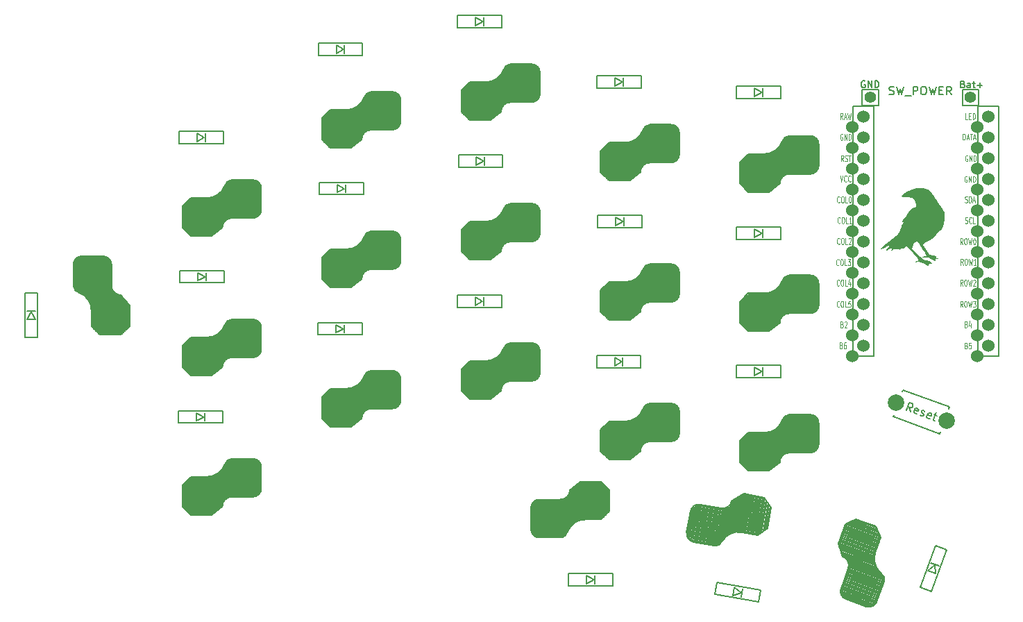
<source format=gbr>
G04 #@! TF.GenerationSoftware,KiCad,Pcbnew,8.0.2-1*
G04 #@! TF.CreationDate,2024-07-27T23:17:35+01:00*
G04 #@! TF.ProjectId,pcb__raven-split-38key__choc-hotswap-n!n,7063625f-5f72-4617-9665-6e2d73706c69,0.1*
G04 #@! TF.SameCoordinates,Original*
G04 #@! TF.FileFunction,Legend,Top*
G04 #@! TF.FilePolarity,Positive*
%FSLAX46Y46*%
G04 Gerber Fmt 4.6, Leading zero omitted, Abs format (unit mm)*
G04 Created by KiCad (PCBNEW 8.0.2-1) date 2024-07-27 23:17:35*
%MOMM*%
%LPD*%
G01*
G04 APERTURE LIST*
%ADD10C,0.125000*%
%ADD11C,0.150000*%
%ADD12C,0.000000*%
%ADD13C,1.524000*%
%ADD14C,2.000000*%
%ADD15C,1.397000*%
G04 APERTURE END LIST*
D10*
X143523080Y-70909735D02*
X143499271Y-70945450D01*
X143499271Y-70945450D02*
X143427842Y-70981164D01*
X143427842Y-70981164D02*
X143380223Y-70981164D01*
X143380223Y-70981164D02*
X143308795Y-70945450D01*
X143308795Y-70945450D02*
X143261176Y-70874021D01*
X143261176Y-70874021D02*
X143237366Y-70802592D01*
X143237366Y-70802592D02*
X143213557Y-70659735D01*
X143213557Y-70659735D02*
X143213557Y-70552592D01*
X143213557Y-70552592D02*
X143237366Y-70409735D01*
X143237366Y-70409735D02*
X143261176Y-70338307D01*
X143261176Y-70338307D02*
X143308795Y-70266878D01*
X143308795Y-70266878D02*
X143380223Y-70231164D01*
X143380223Y-70231164D02*
X143427842Y-70231164D01*
X143427842Y-70231164D02*
X143499271Y-70266878D01*
X143499271Y-70266878D02*
X143523080Y-70302592D01*
X143832604Y-70231164D02*
X143927842Y-70231164D01*
X143927842Y-70231164D02*
X143975461Y-70266878D01*
X143975461Y-70266878D02*
X144023080Y-70338307D01*
X144023080Y-70338307D02*
X144046890Y-70481164D01*
X144046890Y-70481164D02*
X144046890Y-70731164D01*
X144046890Y-70731164D02*
X144023080Y-70874021D01*
X144023080Y-70874021D02*
X143975461Y-70945450D01*
X143975461Y-70945450D02*
X143927842Y-70981164D01*
X143927842Y-70981164D02*
X143832604Y-70981164D01*
X143832604Y-70981164D02*
X143784985Y-70945450D01*
X143784985Y-70945450D02*
X143737366Y-70874021D01*
X143737366Y-70874021D02*
X143713557Y-70731164D01*
X143713557Y-70731164D02*
X143713557Y-70481164D01*
X143713557Y-70481164D02*
X143737366Y-70338307D01*
X143737366Y-70338307D02*
X143784985Y-70266878D01*
X143784985Y-70266878D02*
X143832604Y-70231164D01*
X144499271Y-70981164D02*
X144261176Y-70981164D01*
X144261176Y-70981164D02*
X144261176Y-70231164D01*
X144761176Y-70231164D02*
X144808795Y-70231164D01*
X144808795Y-70231164D02*
X144856414Y-70266878D01*
X144856414Y-70266878D02*
X144880224Y-70302592D01*
X144880224Y-70302592D02*
X144904033Y-70374021D01*
X144904033Y-70374021D02*
X144927843Y-70516878D01*
X144927843Y-70516878D02*
X144927843Y-70695450D01*
X144927843Y-70695450D02*
X144904033Y-70838307D01*
X144904033Y-70838307D02*
X144880224Y-70909735D01*
X144880224Y-70909735D02*
X144856414Y-70945450D01*
X144856414Y-70945450D02*
X144808795Y-70981164D01*
X144808795Y-70981164D02*
X144761176Y-70981164D01*
X144761176Y-70981164D02*
X144713557Y-70945450D01*
X144713557Y-70945450D02*
X144689748Y-70909735D01*
X144689748Y-70909735D02*
X144665938Y-70838307D01*
X144665938Y-70838307D02*
X144642129Y-70695450D01*
X144642129Y-70695450D02*
X144642129Y-70516878D01*
X144642129Y-70516878D02*
X144665938Y-70374021D01*
X144665938Y-70374021D02*
X144689748Y-70302592D01*
X144689748Y-70302592D02*
X144713557Y-70266878D01*
X144713557Y-70266878D02*
X144761176Y-70231164D01*
X158539747Y-76081164D02*
X158373081Y-75724021D01*
X158254033Y-76081164D02*
X158254033Y-75331164D01*
X158254033Y-75331164D02*
X158444509Y-75331164D01*
X158444509Y-75331164D02*
X158492128Y-75366878D01*
X158492128Y-75366878D02*
X158515938Y-75402592D01*
X158515938Y-75402592D02*
X158539747Y-75474021D01*
X158539747Y-75474021D02*
X158539747Y-75581164D01*
X158539747Y-75581164D02*
X158515938Y-75652592D01*
X158515938Y-75652592D02*
X158492128Y-75688307D01*
X158492128Y-75688307D02*
X158444509Y-75724021D01*
X158444509Y-75724021D02*
X158254033Y-75724021D01*
X158849271Y-75331164D02*
X158944509Y-75331164D01*
X158944509Y-75331164D02*
X158992128Y-75366878D01*
X158992128Y-75366878D02*
X159039747Y-75438307D01*
X159039747Y-75438307D02*
X159063557Y-75581164D01*
X159063557Y-75581164D02*
X159063557Y-75831164D01*
X159063557Y-75831164D02*
X159039747Y-75974021D01*
X159039747Y-75974021D02*
X158992128Y-76045450D01*
X158992128Y-76045450D02*
X158944509Y-76081164D01*
X158944509Y-76081164D02*
X158849271Y-76081164D01*
X158849271Y-76081164D02*
X158801652Y-76045450D01*
X158801652Y-76045450D02*
X158754033Y-75974021D01*
X158754033Y-75974021D02*
X158730224Y-75831164D01*
X158730224Y-75831164D02*
X158730224Y-75581164D01*
X158730224Y-75581164D02*
X158754033Y-75438307D01*
X158754033Y-75438307D02*
X158801652Y-75366878D01*
X158801652Y-75366878D02*
X158849271Y-75331164D01*
X159230224Y-75331164D02*
X159349272Y-76081164D01*
X159349272Y-76081164D02*
X159444510Y-75545450D01*
X159444510Y-75545450D02*
X159539748Y-76081164D01*
X159539748Y-76081164D02*
X159658796Y-75331164D01*
X159944510Y-75331164D02*
X159992129Y-75331164D01*
X159992129Y-75331164D02*
X160039748Y-75366878D01*
X160039748Y-75366878D02*
X160063558Y-75402592D01*
X160063558Y-75402592D02*
X160087367Y-75474021D01*
X160087367Y-75474021D02*
X160111177Y-75616878D01*
X160111177Y-75616878D02*
X160111177Y-75795450D01*
X160111177Y-75795450D02*
X160087367Y-75938307D01*
X160087367Y-75938307D02*
X160063558Y-76009735D01*
X160063558Y-76009735D02*
X160039748Y-76045450D01*
X160039748Y-76045450D02*
X159992129Y-76081164D01*
X159992129Y-76081164D02*
X159944510Y-76081164D01*
X159944510Y-76081164D02*
X159896891Y-76045450D01*
X159896891Y-76045450D02*
X159873082Y-76009735D01*
X159873082Y-76009735D02*
X159849272Y-75938307D01*
X159849272Y-75938307D02*
X159825463Y-75795450D01*
X159825463Y-75795450D02*
X159825463Y-75616878D01*
X159825463Y-75616878D02*
X159849272Y-75474021D01*
X159849272Y-75474021D02*
X159873082Y-75402592D01*
X159873082Y-75402592D02*
X159896891Y-75366878D01*
X159896891Y-75366878D02*
X159944510Y-75331164D01*
X143909961Y-60803164D02*
X143743295Y-60446021D01*
X143624247Y-60803164D02*
X143624247Y-60053164D01*
X143624247Y-60053164D02*
X143814723Y-60053164D01*
X143814723Y-60053164D02*
X143862342Y-60088878D01*
X143862342Y-60088878D02*
X143886152Y-60124592D01*
X143886152Y-60124592D02*
X143909961Y-60196021D01*
X143909961Y-60196021D02*
X143909961Y-60303164D01*
X143909961Y-60303164D02*
X143886152Y-60374592D01*
X143886152Y-60374592D02*
X143862342Y-60410307D01*
X143862342Y-60410307D02*
X143814723Y-60446021D01*
X143814723Y-60446021D02*
X143624247Y-60446021D01*
X144100438Y-60588878D02*
X144338533Y-60588878D01*
X144052819Y-60803164D02*
X144219485Y-60053164D01*
X144219485Y-60053164D02*
X144386152Y-60803164D01*
X144505199Y-60053164D02*
X144624247Y-60803164D01*
X144624247Y-60803164D02*
X144719485Y-60267450D01*
X144719485Y-60267450D02*
X144814723Y-60803164D01*
X144814723Y-60803164D02*
X144933771Y-60053164D01*
X143523080Y-75971735D02*
X143499271Y-76007450D01*
X143499271Y-76007450D02*
X143427842Y-76043164D01*
X143427842Y-76043164D02*
X143380223Y-76043164D01*
X143380223Y-76043164D02*
X143308795Y-76007450D01*
X143308795Y-76007450D02*
X143261176Y-75936021D01*
X143261176Y-75936021D02*
X143237366Y-75864592D01*
X143237366Y-75864592D02*
X143213557Y-75721735D01*
X143213557Y-75721735D02*
X143213557Y-75614592D01*
X143213557Y-75614592D02*
X143237366Y-75471735D01*
X143237366Y-75471735D02*
X143261176Y-75400307D01*
X143261176Y-75400307D02*
X143308795Y-75328878D01*
X143308795Y-75328878D02*
X143380223Y-75293164D01*
X143380223Y-75293164D02*
X143427842Y-75293164D01*
X143427842Y-75293164D02*
X143499271Y-75328878D01*
X143499271Y-75328878D02*
X143523080Y-75364592D01*
X143832604Y-75293164D02*
X143927842Y-75293164D01*
X143927842Y-75293164D02*
X143975461Y-75328878D01*
X143975461Y-75328878D02*
X144023080Y-75400307D01*
X144023080Y-75400307D02*
X144046890Y-75543164D01*
X144046890Y-75543164D02*
X144046890Y-75793164D01*
X144046890Y-75793164D02*
X144023080Y-75936021D01*
X144023080Y-75936021D02*
X143975461Y-76007450D01*
X143975461Y-76007450D02*
X143927842Y-76043164D01*
X143927842Y-76043164D02*
X143832604Y-76043164D01*
X143832604Y-76043164D02*
X143784985Y-76007450D01*
X143784985Y-76007450D02*
X143737366Y-75936021D01*
X143737366Y-75936021D02*
X143713557Y-75793164D01*
X143713557Y-75793164D02*
X143713557Y-75543164D01*
X143713557Y-75543164D02*
X143737366Y-75400307D01*
X143737366Y-75400307D02*
X143784985Y-75328878D01*
X143784985Y-75328878D02*
X143832604Y-75293164D01*
X144499271Y-76043164D02*
X144261176Y-76043164D01*
X144261176Y-76043164D02*
X144261176Y-75293164D01*
X144642129Y-75364592D02*
X144665938Y-75328878D01*
X144665938Y-75328878D02*
X144713557Y-75293164D01*
X144713557Y-75293164D02*
X144832605Y-75293164D01*
X144832605Y-75293164D02*
X144880224Y-75328878D01*
X144880224Y-75328878D02*
X144904033Y-75364592D01*
X144904033Y-75364592D02*
X144927843Y-75436021D01*
X144927843Y-75436021D02*
X144927843Y-75507450D01*
X144927843Y-75507450D02*
X144904033Y-75614592D01*
X144904033Y-75614592D02*
X144618319Y-76043164D01*
X144618319Y-76043164D02*
X144927843Y-76043164D01*
X158539747Y-81131164D02*
X158373081Y-80774021D01*
X158254033Y-81131164D02*
X158254033Y-80381164D01*
X158254033Y-80381164D02*
X158444509Y-80381164D01*
X158444509Y-80381164D02*
X158492128Y-80416878D01*
X158492128Y-80416878D02*
X158515938Y-80452592D01*
X158515938Y-80452592D02*
X158539747Y-80524021D01*
X158539747Y-80524021D02*
X158539747Y-80631164D01*
X158539747Y-80631164D02*
X158515938Y-80702592D01*
X158515938Y-80702592D02*
X158492128Y-80738307D01*
X158492128Y-80738307D02*
X158444509Y-80774021D01*
X158444509Y-80774021D02*
X158254033Y-80774021D01*
X158849271Y-80381164D02*
X158944509Y-80381164D01*
X158944509Y-80381164D02*
X158992128Y-80416878D01*
X158992128Y-80416878D02*
X159039747Y-80488307D01*
X159039747Y-80488307D02*
X159063557Y-80631164D01*
X159063557Y-80631164D02*
X159063557Y-80881164D01*
X159063557Y-80881164D02*
X159039747Y-81024021D01*
X159039747Y-81024021D02*
X158992128Y-81095450D01*
X158992128Y-81095450D02*
X158944509Y-81131164D01*
X158944509Y-81131164D02*
X158849271Y-81131164D01*
X158849271Y-81131164D02*
X158801652Y-81095450D01*
X158801652Y-81095450D02*
X158754033Y-81024021D01*
X158754033Y-81024021D02*
X158730224Y-80881164D01*
X158730224Y-80881164D02*
X158730224Y-80631164D01*
X158730224Y-80631164D02*
X158754033Y-80488307D01*
X158754033Y-80488307D02*
X158801652Y-80416878D01*
X158801652Y-80416878D02*
X158849271Y-80381164D01*
X159230224Y-80381164D02*
X159349272Y-81131164D01*
X159349272Y-81131164D02*
X159444510Y-80595450D01*
X159444510Y-80595450D02*
X159539748Y-81131164D01*
X159539748Y-81131164D02*
X159658796Y-80381164D01*
X159825463Y-80452592D02*
X159849272Y-80416878D01*
X159849272Y-80416878D02*
X159896891Y-80381164D01*
X159896891Y-80381164D02*
X160015939Y-80381164D01*
X160015939Y-80381164D02*
X160063558Y-80416878D01*
X160063558Y-80416878D02*
X160087367Y-80452592D01*
X160087367Y-80452592D02*
X160111177Y-80524021D01*
X160111177Y-80524021D02*
X160111177Y-80595450D01*
X160111177Y-80595450D02*
X160087367Y-80702592D01*
X160087367Y-80702592D02*
X159801653Y-81131164D01*
X159801653Y-81131164D02*
X160111177Y-81131164D01*
X143473080Y-81059735D02*
X143449271Y-81095450D01*
X143449271Y-81095450D02*
X143377842Y-81131164D01*
X143377842Y-81131164D02*
X143330223Y-81131164D01*
X143330223Y-81131164D02*
X143258795Y-81095450D01*
X143258795Y-81095450D02*
X143211176Y-81024021D01*
X143211176Y-81024021D02*
X143187366Y-80952592D01*
X143187366Y-80952592D02*
X143163557Y-80809735D01*
X143163557Y-80809735D02*
X143163557Y-80702592D01*
X143163557Y-80702592D02*
X143187366Y-80559735D01*
X143187366Y-80559735D02*
X143211176Y-80488307D01*
X143211176Y-80488307D02*
X143258795Y-80416878D01*
X143258795Y-80416878D02*
X143330223Y-80381164D01*
X143330223Y-80381164D02*
X143377842Y-80381164D01*
X143377842Y-80381164D02*
X143449271Y-80416878D01*
X143449271Y-80416878D02*
X143473080Y-80452592D01*
X143782604Y-80381164D02*
X143877842Y-80381164D01*
X143877842Y-80381164D02*
X143925461Y-80416878D01*
X143925461Y-80416878D02*
X143973080Y-80488307D01*
X143973080Y-80488307D02*
X143996890Y-80631164D01*
X143996890Y-80631164D02*
X143996890Y-80881164D01*
X143996890Y-80881164D02*
X143973080Y-81024021D01*
X143973080Y-81024021D02*
X143925461Y-81095450D01*
X143925461Y-81095450D02*
X143877842Y-81131164D01*
X143877842Y-81131164D02*
X143782604Y-81131164D01*
X143782604Y-81131164D02*
X143734985Y-81095450D01*
X143734985Y-81095450D02*
X143687366Y-81024021D01*
X143687366Y-81024021D02*
X143663557Y-80881164D01*
X143663557Y-80881164D02*
X143663557Y-80631164D01*
X143663557Y-80631164D02*
X143687366Y-80488307D01*
X143687366Y-80488307D02*
X143734985Y-80416878D01*
X143734985Y-80416878D02*
X143782604Y-80381164D01*
X144449271Y-81131164D02*
X144211176Y-81131164D01*
X144211176Y-81131164D02*
X144211176Y-80381164D01*
X144830224Y-80631164D02*
X144830224Y-81131164D01*
X144711176Y-80345450D02*
X144592129Y-80881164D01*
X144592129Y-80881164D02*
X144901652Y-80881164D01*
X159114247Y-65232378D02*
X159066628Y-65196664D01*
X159066628Y-65196664D02*
X158995199Y-65196664D01*
X158995199Y-65196664D02*
X158923771Y-65232378D01*
X158923771Y-65232378D02*
X158876152Y-65303807D01*
X158876152Y-65303807D02*
X158852342Y-65375235D01*
X158852342Y-65375235D02*
X158828533Y-65518092D01*
X158828533Y-65518092D02*
X158828533Y-65625235D01*
X158828533Y-65625235D02*
X158852342Y-65768092D01*
X158852342Y-65768092D02*
X158876152Y-65839521D01*
X158876152Y-65839521D02*
X158923771Y-65910950D01*
X158923771Y-65910950D02*
X158995199Y-65946664D01*
X158995199Y-65946664D02*
X159042818Y-65946664D01*
X159042818Y-65946664D02*
X159114247Y-65910950D01*
X159114247Y-65910950D02*
X159138056Y-65875235D01*
X159138056Y-65875235D02*
X159138056Y-65625235D01*
X159138056Y-65625235D02*
X159042818Y-65625235D01*
X159352342Y-65946664D02*
X159352342Y-65196664D01*
X159352342Y-65196664D02*
X159638056Y-65946664D01*
X159638056Y-65946664D02*
X159638056Y-65196664D01*
X159876152Y-65946664D02*
X159876152Y-65196664D01*
X159876152Y-65196664D02*
X159995200Y-65196664D01*
X159995200Y-65196664D02*
X160066628Y-65232378D01*
X160066628Y-65232378D02*
X160114247Y-65303807D01*
X160114247Y-65303807D02*
X160138057Y-65375235D01*
X160138057Y-65375235D02*
X160161866Y-65518092D01*
X160161866Y-65518092D02*
X160161866Y-65625235D01*
X160161866Y-65625235D02*
X160138057Y-65768092D01*
X160138057Y-65768092D02*
X160114247Y-65839521D01*
X160114247Y-65839521D02*
X160066628Y-65910950D01*
X160066628Y-65910950D02*
X159995200Y-65946664D01*
X159995200Y-65946664D02*
X159876152Y-65946664D01*
X158968319Y-88413807D02*
X159039747Y-88449521D01*
X159039747Y-88449521D02*
X159063557Y-88485235D01*
X159063557Y-88485235D02*
X159087366Y-88556664D01*
X159087366Y-88556664D02*
X159087366Y-88663807D01*
X159087366Y-88663807D02*
X159063557Y-88735235D01*
X159063557Y-88735235D02*
X159039747Y-88770950D01*
X159039747Y-88770950D02*
X158992128Y-88806664D01*
X158992128Y-88806664D02*
X158801652Y-88806664D01*
X158801652Y-88806664D02*
X158801652Y-88056664D01*
X158801652Y-88056664D02*
X158968319Y-88056664D01*
X158968319Y-88056664D02*
X159015938Y-88092378D01*
X159015938Y-88092378D02*
X159039747Y-88128092D01*
X159039747Y-88128092D02*
X159063557Y-88199521D01*
X159063557Y-88199521D02*
X159063557Y-88270950D01*
X159063557Y-88270950D02*
X159039747Y-88342378D01*
X159039747Y-88342378D02*
X159015938Y-88378092D01*
X159015938Y-88378092D02*
X158968319Y-88413807D01*
X158968319Y-88413807D02*
X158801652Y-88413807D01*
X159539747Y-88056664D02*
X159301652Y-88056664D01*
X159301652Y-88056664D02*
X159277843Y-88413807D01*
X159277843Y-88413807D02*
X159301652Y-88378092D01*
X159301652Y-88378092D02*
X159349271Y-88342378D01*
X159349271Y-88342378D02*
X159468319Y-88342378D01*
X159468319Y-88342378D02*
X159515938Y-88378092D01*
X159515938Y-88378092D02*
X159539747Y-88413807D01*
X159539747Y-88413807D02*
X159563557Y-88485235D01*
X159563557Y-88485235D02*
X159563557Y-88663807D01*
X159563557Y-88663807D02*
X159539747Y-88735235D01*
X159539747Y-88735235D02*
X159515938Y-88770950D01*
X159515938Y-88770950D02*
X159468319Y-88806664D01*
X159468319Y-88806664D02*
X159349271Y-88806664D01*
X159349271Y-88806664D02*
X159301652Y-88770950D01*
X159301652Y-88770950D02*
X159277843Y-88735235D01*
X143718319Y-88388307D02*
X143789747Y-88424021D01*
X143789747Y-88424021D02*
X143813557Y-88459735D01*
X143813557Y-88459735D02*
X143837366Y-88531164D01*
X143837366Y-88531164D02*
X143837366Y-88638307D01*
X143837366Y-88638307D02*
X143813557Y-88709735D01*
X143813557Y-88709735D02*
X143789747Y-88745450D01*
X143789747Y-88745450D02*
X143742128Y-88781164D01*
X143742128Y-88781164D02*
X143551652Y-88781164D01*
X143551652Y-88781164D02*
X143551652Y-88031164D01*
X143551652Y-88031164D02*
X143718319Y-88031164D01*
X143718319Y-88031164D02*
X143765938Y-88066878D01*
X143765938Y-88066878D02*
X143789747Y-88102592D01*
X143789747Y-88102592D02*
X143813557Y-88174021D01*
X143813557Y-88174021D02*
X143813557Y-88245450D01*
X143813557Y-88245450D02*
X143789747Y-88316878D01*
X143789747Y-88316878D02*
X143765938Y-88352592D01*
X143765938Y-88352592D02*
X143718319Y-88388307D01*
X143718319Y-88388307D02*
X143551652Y-88388307D01*
X144265938Y-88031164D02*
X144170700Y-88031164D01*
X144170700Y-88031164D02*
X144123081Y-88066878D01*
X144123081Y-88066878D02*
X144099271Y-88102592D01*
X144099271Y-88102592D02*
X144051652Y-88209735D01*
X144051652Y-88209735D02*
X144027843Y-88352592D01*
X144027843Y-88352592D02*
X144027843Y-88638307D01*
X144027843Y-88638307D02*
X144051652Y-88709735D01*
X144051652Y-88709735D02*
X144075462Y-88745450D01*
X144075462Y-88745450D02*
X144123081Y-88781164D01*
X144123081Y-88781164D02*
X144218319Y-88781164D01*
X144218319Y-88781164D02*
X144265938Y-88745450D01*
X144265938Y-88745450D02*
X144289747Y-88709735D01*
X144289747Y-88709735D02*
X144313557Y-88638307D01*
X144313557Y-88638307D02*
X144313557Y-88459735D01*
X144313557Y-88459735D02*
X144289747Y-88388307D01*
X144289747Y-88388307D02*
X144265938Y-88352592D01*
X144265938Y-88352592D02*
X144218319Y-88316878D01*
X144218319Y-88316878D02*
X144123081Y-88316878D01*
X144123081Y-88316878D02*
X144075462Y-88352592D01*
X144075462Y-88352592D02*
X144051652Y-88388307D01*
X144051652Y-88388307D02*
X144027843Y-88459735D01*
X158968319Y-85810307D02*
X159039747Y-85846021D01*
X159039747Y-85846021D02*
X159063557Y-85881735D01*
X159063557Y-85881735D02*
X159087366Y-85953164D01*
X159087366Y-85953164D02*
X159087366Y-86060307D01*
X159087366Y-86060307D02*
X159063557Y-86131735D01*
X159063557Y-86131735D02*
X159039747Y-86167450D01*
X159039747Y-86167450D02*
X158992128Y-86203164D01*
X158992128Y-86203164D02*
X158801652Y-86203164D01*
X158801652Y-86203164D02*
X158801652Y-85453164D01*
X158801652Y-85453164D02*
X158968319Y-85453164D01*
X158968319Y-85453164D02*
X159015938Y-85488878D01*
X159015938Y-85488878D02*
X159039747Y-85524592D01*
X159039747Y-85524592D02*
X159063557Y-85596021D01*
X159063557Y-85596021D02*
X159063557Y-85667450D01*
X159063557Y-85667450D02*
X159039747Y-85738878D01*
X159039747Y-85738878D02*
X159015938Y-85774592D01*
X159015938Y-85774592D02*
X158968319Y-85810307D01*
X158968319Y-85810307D02*
X158801652Y-85810307D01*
X159515938Y-85703164D02*
X159515938Y-86203164D01*
X159396890Y-85417450D02*
X159277843Y-85953164D01*
X159277843Y-85953164D02*
X159587366Y-85953164D01*
X143818319Y-85838307D02*
X143889747Y-85874021D01*
X143889747Y-85874021D02*
X143913557Y-85909735D01*
X143913557Y-85909735D02*
X143937366Y-85981164D01*
X143937366Y-85981164D02*
X143937366Y-86088307D01*
X143937366Y-86088307D02*
X143913557Y-86159735D01*
X143913557Y-86159735D02*
X143889747Y-86195450D01*
X143889747Y-86195450D02*
X143842128Y-86231164D01*
X143842128Y-86231164D02*
X143651652Y-86231164D01*
X143651652Y-86231164D02*
X143651652Y-85481164D01*
X143651652Y-85481164D02*
X143818319Y-85481164D01*
X143818319Y-85481164D02*
X143865938Y-85516878D01*
X143865938Y-85516878D02*
X143889747Y-85552592D01*
X143889747Y-85552592D02*
X143913557Y-85624021D01*
X143913557Y-85624021D02*
X143913557Y-85695450D01*
X143913557Y-85695450D02*
X143889747Y-85766878D01*
X143889747Y-85766878D02*
X143865938Y-85802592D01*
X143865938Y-85802592D02*
X143818319Y-85838307D01*
X143818319Y-85838307D02*
X143651652Y-85838307D01*
X144127843Y-85552592D02*
X144151652Y-85516878D01*
X144151652Y-85516878D02*
X144199271Y-85481164D01*
X144199271Y-85481164D02*
X144318319Y-85481164D01*
X144318319Y-85481164D02*
X144365938Y-85516878D01*
X144365938Y-85516878D02*
X144389747Y-85552592D01*
X144389747Y-85552592D02*
X144413557Y-85624021D01*
X144413557Y-85624021D02*
X144413557Y-85695450D01*
X144413557Y-85695450D02*
X144389747Y-85802592D01*
X144389747Y-85802592D02*
X144104033Y-86231164D01*
X144104033Y-86231164D02*
X144413557Y-86231164D01*
X158836462Y-73467450D02*
X158907890Y-73503164D01*
X158907890Y-73503164D02*
X159026938Y-73503164D01*
X159026938Y-73503164D02*
X159074557Y-73467450D01*
X159074557Y-73467450D02*
X159098366Y-73431735D01*
X159098366Y-73431735D02*
X159122176Y-73360307D01*
X159122176Y-73360307D02*
X159122176Y-73288878D01*
X159122176Y-73288878D02*
X159098366Y-73217450D01*
X159098366Y-73217450D02*
X159074557Y-73181735D01*
X159074557Y-73181735D02*
X159026938Y-73146021D01*
X159026938Y-73146021D02*
X158931700Y-73110307D01*
X158931700Y-73110307D02*
X158884081Y-73074592D01*
X158884081Y-73074592D02*
X158860271Y-73038878D01*
X158860271Y-73038878D02*
X158836462Y-72967450D01*
X158836462Y-72967450D02*
X158836462Y-72896021D01*
X158836462Y-72896021D02*
X158860271Y-72824592D01*
X158860271Y-72824592D02*
X158884081Y-72788878D01*
X158884081Y-72788878D02*
X158931700Y-72753164D01*
X158931700Y-72753164D02*
X159050747Y-72753164D01*
X159050747Y-72753164D02*
X159122176Y-72788878D01*
X159622175Y-73431735D02*
X159598366Y-73467450D01*
X159598366Y-73467450D02*
X159526937Y-73503164D01*
X159526937Y-73503164D02*
X159479318Y-73503164D01*
X159479318Y-73503164D02*
X159407890Y-73467450D01*
X159407890Y-73467450D02*
X159360271Y-73396021D01*
X159360271Y-73396021D02*
X159336461Y-73324592D01*
X159336461Y-73324592D02*
X159312652Y-73181735D01*
X159312652Y-73181735D02*
X159312652Y-73074592D01*
X159312652Y-73074592D02*
X159336461Y-72931735D01*
X159336461Y-72931735D02*
X159360271Y-72860307D01*
X159360271Y-72860307D02*
X159407890Y-72788878D01*
X159407890Y-72788878D02*
X159479318Y-72753164D01*
X159479318Y-72753164D02*
X159526937Y-72753164D01*
X159526937Y-72753164D02*
X159598366Y-72788878D01*
X159598366Y-72788878D02*
X159622175Y-72824592D01*
X160074556Y-73503164D02*
X159836461Y-73503164D01*
X159836461Y-73503164D02*
X159836461Y-72753164D01*
X159149271Y-60803164D02*
X158911176Y-60803164D01*
X158911176Y-60803164D02*
X158911176Y-60053164D01*
X159315938Y-60410307D02*
X159482605Y-60410307D01*
X159554033Y-60803164D02*
X159315938Y-60803164D01*
X159315938Y-60803164D02*
X159315938Y-60053164D01*
X159315938Y-60053164D02*
X159554033Y-60053164D01*
X159768319Y-60803164D02*
X159768319Y-60053164D01*
X159768319Y-60053164D02*
X159887367Y-60053164D01*
X159887367Y-60053164D02*
X159958795Y-60088878D01*
X159958795Y-60088878D02*
X160006414Y-60160307D01*
X160006414Y-60160307D02*
X160030224Y-60231735D01*
X160030224Y-60231735D02*
X160054033Y-60374592D01*
X160054033Y-60374592D02*
X160054033Y-60481735D01*
X160054033Y-60481735D02*
X160030224Y-60624592D01*
X160030224Y-60624592D02*
X160006414Y-60696021D01*
X160006414Y-60696021D02*
X159958795Y-60767450D01*
X159958795Y-60767450D02*
X159887367Y-60803164D01*
X159887367Y-60803164D02*
X159768319Y-60803164D01*
X143588534Y-67673164D02*
X143755200Y-68423164D01*
X143755200Y-68423164D02*
X143921867Y-67673164D01*
X144374247Y-68351735D02*
X144350438Y-68387450D01*
X144350438Y-68387450D02*
X144279009Y-68423164D01*
X144279009Y-68423164D02*
X144231390Y-68423164D01*
X144231390Y-68423164D02*
X144159962Y-68387450D01*
X144159962Y-68387450D02*
X144112343Y-68316021D01*
X144112343Y-68316021D02*
X144088533Y-68244592D01*
X144088533Y-68244592D02*
X144064724Y-68101735D01*
X144064724Y-68101735D02*
X144064724Y-67994592D01*
X144064724Y-67994592D02*
X144088533Y-67851735D01*
X144088533Y-67851735D02*
X144112343Y-67780307D01*
X144112343Y-67780307D02*
X144159962Y-67708878D01*
X144159962Y-67708878D02*
X144231390Y-67673164D01*
X144231390Y-67673164D02*
X144279009Y-67673164D01*
X144279009Y-67673164D02*
X144350438Y-67708878D01*
X144350438Y-67708878D02*
X144374247Y-67744592D01*
X144874247Y-68351735D02*
X144850438Y-68387450D01*
X144850438Y-68387450D02*
X144779009Y-68423164D01*
X144779009Y-68423164D02*
X144731390Y-68423164D01*
X144731390Y-68423164D02*
X144659962Y-68387450D01*
X144659962Y-68387450D02*
X144612343Y-68316021D01*
X144612343Y-68316021D02*
X144588533Y-68244592D01*
X144588533Y-68244592D02*
X144564724Y-68101735D01*
X144564724Y-68101735D02*
X144564724Y-67994592D01*
X144564724Y-67994592D02*
X144588533Y-67851735D01*
X144588533Y-67851735D02*
X144612343Y-67780307D01*
X144612343Y-67780307D02*
X144659962Y-67708878D01*
X144659962Y-67708878D02*
X144731390Y-67673164D01*
X144731390Y-67673164D02*
X144779009Y-67673164D01*
X144779009Y-67673164D02*
X144850438Y-67708878D01*
X144850438Y-67708878D02*
X144874247Y-67744592D01*
X158539747Y-83726664D02*
X158373081Y-83369521D01*
X158254033Y-83726664D02*
X158254033Y-82976664D01*
X158254033Y-82976664D02*
X158444509Y-82976664D01*
X158444509Y-82976664D02*
X158492128Y-83012378D01*
X158492128Y-83012378D02*
X158515938Y-83048092D01*
X158515938Y-83048092D02*
X158539747Y-83119521D01*
X158539747Y-83119521D02*
X158539747Y-83226664D01*
X158539747Y-83226664D02*
X158515938Y-83298092D01*
X158515938Y-83298092D02*
X158492128Y-83333807D01*
X158492128Y-83333807D02*
X158444509Y-83369521D01*
X158444509Y-83369521D02*
X158254033Y-83369521D01*
X158849271Y-82976664D02*
X158944509Y-82976664D01*
X158944509Y-82976664D02*
X158992128Y-83012378D01*
X158992128Y-83012378D02*
X159039747Y-83083807D01*
X159039747Y-83083807D02*
X159063557Y-83226664D01*
X159063557Y-83226664D02*
X159063557Y-83476664D01*
X159063557Y-83476664D02*
X159039747Y-83619521D01*
X159039747Y-83619521D02*
X158992128Y-83690950D01*
X158992128Y-83690950D02*
X158944509Y-83726664D01*
X158944509Y-83726664D02*
X158849271Y-83726664D01*
X158849271Y-83726664D02*
X158801652Y-83690950D01*
X158801652Y-83690950D02*
X158754033Y-83619521D01*
X158754033Y-83619521D02*
X158730224Y-83476664D01*
X158730224Y-83476664D02*
X158730224Y-83226664D01*
X158730224Y-83226664D02*
X158754033Y-83083807D01*
X158754033Y-83083807D02*
X158801652Y-83012378D01*
X158801652Y-83012378D02*
X158849271Y-82976664D01*
X159230224Y-82976664D02*
X159349272Y-83726664D01*
X159349272Y-83726664D02*
X159444510Y-83190950D01*
X159444510Y-83190950D02*
X159539748Y-83726664D01*
X159539748Y-83726664D02*
X159658796Y-82976664D01*
X159801653Y-82976664D02*
X160111177Y-82976664D01*
X160111177Y-82976664D02*
X159944510Y-83262378D01*
X159944510Y-83262378D02*
X160015939Y-83262378D01*
X160015939Y-83262378D02*
X160063558Y-83298092D01*
X160063558Y-83298092D02*
X160087367Y-83333807D01*
X160087367Y-83333807D02*
X160111177Y-83405235D01*
X160111177Y-83405235D02*
X160111177Y-83583807D01*
X160111177Y-83583807D02*
X160087367Y-83655235D01*
X160087367Y-83655235D02*
X160063558Y-83690950D01*
X160063558Y-83690950D02*
X160015939Y-83726664D01*
X160015939Y-83726664D02*
X159873082Y-83726664D01*
X159873082Y-83726664D02*
X159825463Y-83690950D01*
X159825463Y-83690950D02*
X159801653Y-83655235D01*
X158824558Y-70927450D02*
X158895986Y-70963164D01*
X158895986Y-70963164D02*
X159015034Y-70963164D01*
X159015034Y-70963164D02*
X159062653Y-70927450D01*
X159062653Y-70927450D02*
X159086462Y-70891735D01*
X159086462Y-70891735D02*
X159110272Y-70820307D01*
X159110272Y-70820307D02*
X159110272Y-70748878D01*
X159110272Y-70748878D02*
X159086462Y-70677450D01*
X159086462Y-70677450D02*
X159062653Y-70641735D01*
X159062653Y-70641735D02*
X159015034Y-70606021D01*
X159015034Y-70606021D02*
X158919796Y-70570307D01*
X158919796Y-70570307D02*
X158872177Y-70534592D01*
X158872177Y-70534592D02*
X158848367Y-70498878D01*
X158848367Y-70498878D02*
X158824558Y-70427450D01*
X158824558Y-70427450D02*
X158824558Y-70356021D01*
X158824558Y-70356021D02*
X158848367Y-70284592D01*
X158848367Y-70284592D02*
X158872177Y-70248878D01*
X158872177Y-70248878D02*
X158919796Y-70213164D01*
X158919796Y-70213164D02*
X159038843Y-70213164D01*
X159038843Y-70213164D02*
X159110272Y-70248878D01*
X159324557Y-70963164D02*
X159324557Y-70213164D01*
X159324557Y-70213164D02*
X159443605Y-70213164D01*
X159443605Y-70213164D02*
X159515033Y-70248878D01*
X159515033Y-70248878D02*
X159562652Y-70320307D01*
X159562652Y-70320307D02*
X159586462Y-70391735D01*
X159586462Y-70391735D02*
X159610271Y-70534592D01*
X159610271Y-70534592D02*
X159610271Y-70641735D01*
X159610271Y-70641735D02*
X159586462Y-70784592D01*
X159586462Y-70784592D02*
X159562652Y-70856021D01*
X159562652Y-70856021D02*
X159515033Y-70927450D01*
X159515033Y-70927450D02*
X159443605Y-70963164D01*
X159443605Y-70963164D02*
X159324557Y-70963164D01*
X159800748Y-70748878D02*
X160038843Y-70748878D01*
X159753129Y-70963164D02*
X159919795Y-70213164D01*
X159919795Y-70213164D02*
X160086462Y-70963164D01*
X143423080Y-78559735D02*
X143399271Y-78595450D01*
X143399271Y-78595450D02*
X143327842Y-78631164D01*
X143327842Y-78631164D02*
X143280223Y-78631164D01*
X143280223Y-78631164D02*
X143208795Y-78595450D01*
X143208795Y-78595450D02*
X143161176Y-78524021D01*
X143161176Y-78524021D02*
X143137366Y-78452592D01*
X143137366Y-78452592D02*
X143113557Y-78309735D01*
X143113557Y-78309735D02*
X143113557Y-78202592D01*
X143113557Y-78202592D02*
X143137366Y-78059735D01*
X143137366Y-78059735D02*
X143161176Y-77988307D01*
X143161176Y-77988307D02*
X143208795Y-77916878D01*
X143208795Y-77916878D02*
X143280223Y-77881164D01*
X143280223Y-77881164D02*
X143327842Y-77881164D01*
X143327842Y-77881164D02*
X143399271Y-77916878D01*
X143399271Y-77916878D02*
X143423080Y-77952592D01*
X143732604Y-77881164D02*
X143827842Y-77881164D01*
X143827842Y-77881164D02*
X143875461Y-77916878D01*
X143875461Y-77916878D02*
X143923080Y-77988307D01*
X143923080Y-77988307D02*
X143946890Y-78131164D01*
X143946890Y-78131164D02*
X143946890Y-78381164D01*
X143946890Y-78381164D02*
X143923080Y-78524021D01*
X143923080Y-78524021D02*
X143875461Y-78595450D01*
X143875461Y-78595450D02*
X143827842Y-78631164D01*
X143827842Y-78631164D02*
X143732604Y-78631164D01*
X143732604Y-78631164D02*
X143684985Y-78595450D01*
X143684985Y-78595450D02*
X143637366Y-78524021D01*
X143637366Y-78524021D02*
X143613557Y-78381164D01*
X143613557Y-78381164D02*
X143613557Y-78131164D01*
X143613557Y-78131164D02*
X143637366Y-77988307D01*
X143637366Y-77988307D02*
X143684985Y-77916878D01*
X143684985Y-77916878D02*
X143732604Y-77881164D01*
X144399271Y-78631164D02*
X144161176Y-78631164D01*
X144161176Y-78631164D02*
X144161176Y-77881164D01*
X144518319Y-77881164D02*
X144827843Y-77881164D01*
X144827843Y-77881164D02*
X144661176Y-78166878D01*
X144661176Y-78166878D02*
X144732605Y-78166878D01*
X144732605Y-78166878D02*
X144780224Y-78202592D01*
X144780224Y-78202592D02*
X144804033Y-78238307D01*
X144804033Y-78238307D02*
X144827843Y-78309735D01*
X144827843Y-78309735D02*
X144827843Y-78488307D01*
X144827843Y-78488307D02*
X144804033Y-78559735D01*
X144804033Y-78559735D02*
X144780224Y-78595450D01*
X144780224Y-78595450D02*
X144732605Y-78631164D01*
X144732605Y-78631164D02*
X144589748Y-78631164D01*
X144589748Y-78631164D02*
X144542129Y-78595450D01*
X144542129Y-78595450D02*
X144518319Y-78559735D01*
X143573080Y-73431735D02*
X143549271Y-73467450D01*
X143549271Y-73467450D02*
X143477842Y-73503164D01*
X143477842Y-73503164D02*
X143430223Y-73503164D01*
X143430223Y-73503164D02*
X143358795Y-73467450D01*
X143358795Y-73467450D02*
X143311176Y-73396021D01*
X143311176Y-73396021D02*
X143287366Y-73324592D01*
X143287366Y-73324592D02*
X143263557Y-73181735D01*
X143263557Y-73181735D02*
X143263557Y-73074592D01*
X143263557Y-73074592D02*
X143287366Y-72931735D01*
X143287366Y-72931735D02*
X143311176Y-72860307D01*
X143311176Y-72860307D02*
X143358795Y-72788878D01*
X143358795Y-72788878D02*
X143430223Y-72753164D01*
X143430223Y-72753164D02*
X143477842Y-72753164D01*
X143477842Y-72753164D02*
X143549271Y-72788878D01*
X143549271Y-72788878D02*
X143573080Y-72824592D01*
X143882604Y-72753164D02*
X143977842Y-72753164D01*
X143977842Y-72753164D02*
X144025461Y-72788878D01*
X144025461Y-72788878D02*
X144073080Y-72860307D01*
X144073080Y-72860307D02*
X144096890Y-73003164D01*
X144096890Y-73003164D02*
X144096890Y-73253164D01*
X144096890Y-73253164D02*
X144073080Y-73396021D01*
X144073080Y-73396021D02*
X144025461Y-73467450D01*
X144025461Y-73467450D02*
X143977842Y-73503164D01*
X143977842Y-73503164D02*
X143882604Y-73503164D01*
X143882604Y-73503164D02*
X143834985Y-73467450D01*
X143834985Y-73467450D02*
X143787366Y-73396021D01*
X143787366Y-73396021D02*
X143763557Y-73253164D01*
X143763557Y-73253164D02*
X143763557Y-73003164D01*
X143763557Y-73003164D02*
X143787366Y-72860307D01*
X143787366Y-72860307D02*
X143834985Y-72788878D01*
X143834985Y-72788878D02*
X143882604Y-72753164D01*
X144549271Y-73503164D02*
X144311176Y-73503164D01*
X144311176Y-73503164D02*
X144311176Y-72753164D01*
X144977843Y-73503164D02*
X144692129Y-73503164D01*
X144834986Y-73503164D02*
X144834986Y-72753164D01*
X144834986Y-72753164D02*
X144787367Y-72860307D01*
X144787367Y-72860307D02*
X144739748Y-72931735D01*
X144739748Y-72931735D02*
X144692129Y-72967450D01*
X143874247Y-62628878D02*
X143826628Y-62593164D01*
X143826628Y-62593164D02*
X143755199Y-62593164D01*
X143755199Y-62593164D02*
X143683771Y-62628878D01*
X143683771Y-62628878D02*
X143636152Y-62700307D01*
X143636152Y-62700307D02*
X143612342Y-62771735D01*
X143612342Y-62771735D02*
X143588533Y-62914592D01*
X143588533Y-62914592D02*
X143588533Y-63021735D01*
X143588533Y-63021735D02*
X143612342Y-63164592D01*
X143612342Y-63164592D02*
X143636152Y-63236021D01*
X143636152Y-63236021D02*
X143683771Y-63307450D01*
X143683771Y-63307450D02*
X143755199Y-63343164D01*
X143755199Y-63343164D02*
X143802818Y-63343164D01*
X143802818Y-63343164D02*
X143874247Y-63307450D01*
X143874247Y-63307450D02*
X143898056Y-63271735D01*
X143898056Y-63271735D02*
X143898056Y-63021735D01*
X143898056Y-63021735D02*
X143802818Y-63021735D01*
X144112342Y-63343164D02*
X144112342Y-62593164D01*
X144112342Y-62593164D02*
X144398056Y-63343164D01*
X144398056Y-63343164D02*
X144398056Y-62593164D01*
X144636152Y-63343164D02*
X144636152Y-62593164D01*
X144636152Y-62593164D02*
X144755200Y-62593164D01*
X144755200Y-62593164D02*
X144826628Y-62628878D01*
X144826628Y-62628878D02*
X144874247Y-62700307D01*
X144874247Y-62700307D02*
X144898057Y-62771735D01*
X144898057Y-62771735D02*
X144921866Y-62914592D01*
X144921866Y-62914592D02*
X144921866Y-63021735D01*
X144921866Y-63021735D02*
X144898057Y-63164592D01*
X144898057Y-63164592D02*
X144874247Y-63236021D01*
X144874247Y-63236021D02*
X144826628Y-63307450D01*
X144826628Y-63307450D02*
X144755200Y-63343164D01*
X144755200Y-63343164D02*
X144636152Y-63343164D01*
X143473080Y-83655235D02*
X143449271Y-83690950D01*
X143449271Y-83690950D02*
X143377842Y-83726664D01*
X143377842Y-83726664D02*
X143330223Y-83726664D01*
X143330223Y-83726664D02*
X143258795Y-83690950D01*
X143258795Y-83690950D02*
X143211176Y-83619521D01*
X143211176Y-83619521D02*
X143187366Y-83548092D01*
X143187366Y-83548092D02*
X143163557Y-83405235D01*
X143163557Y-83405235D02*
X143163557Y-83298092D01*
X143163557Y-83298092D02*
X143187366Y-83155235D01*
X143187366Y-83155235D02*
X143211176Y-83083807D01*
X143211176Y-83083807D02*
X143258795Y-83012378D01*
X143258795Y-83012378D02*
X143330223Y-82976664D01*
X143330223Y-82976664D02*
X143377842Y-82976664D01*
X143377842Y-82976664D02*
X143449271Y-83012378D01*
X143449271Y-83012378D02*
X143473080Y-83048092D01*
X143782604Y-82976664D02*
X143877842Y-82976664D01*
X143877842Y-82976664D02*
X143925461Y-83012378D01*
X143925461Y-83012378D02*
X143973080Y-83083807D01*
X143973080Y-83083807D02*
X143996890Y-83226664D01*
X143996890Y-83226664D02*
X143996890Y-83476664D01*
X143996890Y-83476664D02*
X143973080Y-83619521D01*
X143973080Y-83619521D02*
X143925461Y-83690950D01*
X143925461Y-83690950D02*
X143877842Y-83726664D01*
X143877842Y-83726664D02*
X143782604Y-83726664D01*
X143782604Y-83726664D02*
X143734985Y-83690950D01*
X143734985Y-83690950D02*
X143687366Y-83619521D01*
X143687366Y-83619521D02*
X143663557Y-83476664D01*
X143663557Y-83476664D02*
X143663557Y-83226664D01*
X143663557Y-83226664D02*
X143687366Y-83083807D01*
X143687366Y-83083807D02*
X143734985Y-83012378D01*
X143734985Y-83012378D02*
X143782604Y-82976664D01*
X144449271Y-83726664D02*
X144211176Y-83726664D01*
X144211176Y-83726664D02*
X144211176Y-82976664D01*
X144854033Y-82976664D02*
X144615938Y-82976664D01*
X144615938Y-82976664D02*
X144592129Y-83333807D01*
X144592129Y-83333807D02*
X144615938Y-83298092D01*
X144615938Y-83298092D02*
X144663557Y-83262378D01*
X144663557Y-83262378D02*
X144782605Y-83262378D01*
X144782605Y-83262378D02*
X144830224Y-83298092D01*
X144830224Y-83298092D02*
X144854033Y-83333807D01*
X144854033Y-83333807D02*
X144877843Y-83405235D01*
X144877843Y-83405235D02*
X144877843Y-83583807D01*
X144877843Y-83583807D02*
X144854033Y-83655235D01*
X144854033Y-83655235D02*
X144830224Y-83690950D01*
X144830224Y-83690950D02*
X144782605Y-83726664D01*
X144782605Y-83726664D02*
X144663557Y-83726664D01*
X144663557Y-83726664D02*
X144615938Y-83690950D01*
X144615938Y-83690950D02*
X144592129Y-83655235D01*
X158589747Y-78583164D02*
X158423081Y-78226021D01*
X158304033Y-78583164D02*
X158304033Y-77833164D01*
X158304033Y-77833164D02*
X158494509Y-77833164D01*
X158494509Y-77833164D02*
X158542128Y-77868878D01*
X158542128Y-77868878D02*
X158565938Y-77904592D01*
X158565938Y-77904592D02*
X158589747Y-77976021D01*
X158589747Y-77976021D02*
X158589747Y-78083164D01*
X158589747Y-78083164D02*
X158565938Y-78154592D01*
X158565938Y-78154592D02*
X158542128Y-78190307D01*
X158542128Y-78190307D02*
X158494509Y-78226021D01*
X158494509Y-78226021D02*
X158304033Y-78226021D01*
X158899271Y-77833164D02*
X158994509Y-77833164D01*
X158994509Y-77833164D02*
X159042128Y-77868878D01*
X159042128Y-77868878D02*
X159089747Y-77940307D01*
X159089747Y-77940307D02*
X159113557Y-78083164D01*
X159113557Y-78083164D02*
X159113557Y-78333164D01*
X159113557Y-78333164D02*
X159089747Y-78476021D01*
X159089747Y-78476021D02*
X159042128Y-78547450D01*
X159042128Y-78547450D02*
X158994509Y-78583164D01*
X158994509Y-78583164D02*
X158899271Y-78583164D01*
X158899271Y-78583164D02*
X158851652Y-78547450D01*
X158851652Y-78547450D02*
X158804033Y-78476021D01*
X158804033Y-78476021D02*
X158780224Y-78333164D01*
X158780224Y-78333164D02*
X158780224Y-78083164D01*
X158780224Y-78083164D02*
X158804033Y-77940307D01*
X158804033Y-77940307D02*
X158851652Y-77868878D01*
X158851652Y-77868878D02*
X158899271Y-77833164D01*
X159280224Y-77833164D02*
X159399272Y-78583164D01*
X159399272Y-78583164D02*
X159494510Y-78047450D01*
X159494510Y-78047450D02*
X159589748Y-78583164D01*
X159589748Y-78583164D02*
X159708796Y-77833164D01*
X160161177Y-78583164D02*
X159875463Y-78583164D01*
X160018320Y-78583164D02*
X160018320Y-77833164D01*
X160018320Y-77833164D02*
X159970701Y-77940307D01*
X159970701Y-77940307D02*
X159923082Y-78011735D01*
X159923082Y-78011735D02*
X159875463Y-78047450D01*
X158570700Y-63331164D02*
X158570700Y-62581164D01*
X158570700Y-62581164D02*
X158689748Y-62581164D01*
X158689748Y-62581164D02*
X158761176Y-62616878D01*
X158761176Y-62616878D02*
X158808795Y-62688307D01*
X158808795Y-62688307D02*
X158832605Y-62759735D01*
X158832605Y-62759735D02*
X158856414Y-62902592D01*
X158856414Y-62902592D02*
X158856414Y-63009735D01*
X158856414Y-63009735D02*
X158832605Y-63152592D01*
X158832605Y-63152592D02*
X158808795Y-63224021D01*
X158808795Y-63224021D02*
X158761176Y-63295450D01*
X158761176Y-63295450D02*
X158689748Y-63331164D01*
X158689748Y-63331164D02*
X158570700Y-63331164D01*
X159046891Y-63116878D02*
X159284986Y-63116878D01*
X158999272Y-63331164D02*
X159165938Y-62581164D01*
X159165938Y-62581164D02*
X159332605Y-63331164D01*
X159427843Y-62581164D02*
X159713557Y-62581164D01*
X159570700Y-63331164D02*
X159570700Y-62581164D01*
X159856414Y-63116878D02*
X160094509Y-63116878D01*
X159808795Y-63331164D02*
X159975461Y-62581164D01*
X159975461Y-62581164D02*
X160142128Y-63331164D01*
X159050747Y-67772378D02*
X159003128Y-67736664D01*
X159003128Y-67736664D02*
X158931699Y-67736664D01*
X158931699Y-67736664D02*
X158860271Y-67772378D01*
X158860271Y-67772378D02*
X158812652Y-67843807D01*
X158812652Y-67843807D02*
X158788842Y-67915235D01*
X158788842Y-67915235D02*
X158765033Y-68058092D01*
X158765033Y-68058092D02*
X158765033Y-68165235D01*
X158765033Y-68165235D02*
X158788842Y-68308092D01*
X158788842Y-68308092D02*
X158812652Y-68379521D01*
X158812652Y-68379521D02*
X158860271Y-68450950D01*
X158860271Y-68450950D02*
X158931699Y-68486664D01*
X158931699Y-68486664D02*
X158979318Y-68486664D01*
X158979318Y-68486664D02*
X159050747Y-68450950D01*
X159050747Y-68450950D02*
X159074556Y-68415235D01*
X159074556Y-68415235D02*
X159074556Y-68165235D01*
X159074556Y-68165235D02*
X158979318Y-68165235D01*
X159288842Y-68486664D02*
X159288842Y-67736664D01*
X159288842Y-67736664D02*
X159574556Y-68486664D01*
X159574556Y-68486664D02*
X159574556Y-67736664D01*
X159812652Y-68486664D02*
X159812652Y-67736664D01*
X159812652Y-67736664D02*
X159931700Y-67736664D01*
X159931700Y-67736664D02*
X160003128Y-67772378D01*
X160003128Y-67772378D02*
X160050747Y-67843807D01*
X160050747Y-67843807D02*
X160074557Y-67915235D01*
X160074557Y-67915235D02*
X160098366Y-68058092D01*
X160098366Y-68058092D02*
X160098366Y-68165235D01*
X160098366Y-68165235D02*
X160074557Y-68308092D01*
X160074557Y-68308092D02*
X160050747Y-68379521D01*
X160050747Y-68379521D02*
X160003128Y-68450950D01*
X160003128Y-68450950D02*
X159931700Y-68486664D01*
X159931700Y-68486664D02*
X159812652Y-68486664D01*
X143981390Y-65946664D02*
X143814724Y-65589521D01*
X143695676Y-65946664D02*
X143695676Y-65196664D01*
X143695676Y-65196664D02*
X143886152Y-65196664D01*
X143886152Y-65196664D02*
X143933771Y-65232378D01*
X143933771Y-65232378D02*
X143957581Y-65268092D01*
X143957581Y-65268092D02*
X143981390Y-65339521D01*
X143981390Y-65339521D02*
X143981390Y-65446664D01*
X143981390Y-65446664D02*
X143957581Y-65518092D01*
X143957581Y-65518092D02*
X143933771Y-65553807D01*
X143933771Y-65553807D02*
X143886152Y-65589521D01*
X143886152Y-65589521D02*
X143695676Y-65589521D01*
X144171867Y-65910950D02*
X144243295Y-65946664D01*
X144243295Y-65946664D02*
X144362343Y-65946664D01*
X144362343Y-65946664D02*
X144409962Y-65910950D01*
X144409962Y-65910950D02*
X144433771Y-65875235D01*
X144433771Y-65875235D02*
X144457581Y-65803807D01*
X144457581Y-65803807D02*
X144457581Y-65732378D01*
X144457581Y-65732378D02*
X144433771Y-65660950D01*
X144433771Y-65660950D02*
X144409962Y-65625235D01*
X144409962Y-65625235D02*
X144362343Y-65589521D01*
X144362343Y-65589521D02*
X144267105Y-65553807D01*
X144267105Y-65553807D02*
X144219486Y-65518092D01*
X144219486Y-65518092D02*
X144195676Y-65482378D01*
X144195676Y-65482378D02*
X144171867Y-65410950D01*
X144171867Y-65410950D02*
X144171867Y-65339521D01*
X144171867Y-65339521D02*
X144195676Y-65268092D01*
X144195676Y-65268092D02*
X144219486Y-65232378D01*
X144219486Y-65232378D02*
X144267105Y-65196664D01*
X144267105Y-65196664D02*
X144386152Y-65196664D01*
X144386152Y-65196664D02*
X144457581Y-65232378D01*
X144600438Y-65196664D02*
X144886152Y-65196664D01*
X144743295Y-65946664D02*
X144743295Y-65196664D01*
D11*
X152176713Y-96494636D02*
X152026349Y-95933157D01*
X151639746Y-96299196D02*
X151981766Y-95359503D01*
X151981766Y-95359503D02*
X152339744Y-95489797D01*
X152339744Y-95489797D02*
X152412952Y-95567117D01*
X152412952Y-95567117D02*
X152441413Y-95628151D01*
X152441413Y-95628151D02*
X152453587Y-95733933D01*
X152453587Y-95733933D02*
X152404727Y-95868174D01*
X152404727Y-95868174D02*
X152327406Y-95941382D01*
X152327406Y-95941382D02*
X152266372Y-95969843D01*
X152266372Y-95969843D02*
X152160591Y-95982017D01*
X152160591Y-95982017D02*
X151802613Y-95851723D01*
X152953704Y-96726762D02*
X152847922Y-96738936D01*
X152847922Y-96738936D02*
X152668933Y-96673790D01*
X152668933Y-96673790D02*
X152595725Y-96596469D01*
X152595725Y-96596469D02*
X152583551Y-96490688D01*
X152583551Y-96490688D02*
X152713845Y-96132710D01*
X152713845Y-96132710D02*
X152791165Y-96059502D01*
X152791165Y-96059502D02*
X152896947Y-96047328D01*
X152896947Y-96047328D02*
X153075936Y-96112474D01*
X153075936Y-96112474D02*
X153149144Y-96189795D01*
X153149144Y-96189795D02*
X153161318Y-96295576D01*
X153161318Y-96295576D02*
X153128744Y-96385071D01*
X153128744Y-96385071D02*
X152648698Y-96311699D01*
X153356429Y-96873342D02*
X153429637Y-96950663D01*
X153429637Y-96950663D02*
X153608626Y-97015810D01*
X153608626Y-97015810D02*
X153714407Y-97003636D01*
X153714407Y-97003636D02*
X153791728Y-96930428D01*
X153791728Y-96930428D02*
X153808015Y-96885681D01*
X153808015Y-96885681D02*
X153795841Y-96779899D01*
X153795841Y-96779899D02*
X153722633Y-96702579D01*
X153722633Y-96702579D02*
X153588391Y-96653719D01*
X153588391Y-96653719D02*
X153515183Y-96576398D01*
X153515183Y-96576398D02*
X153503009Y-96470617D01*
X153503009Y-96470617D02*
X153519296Y-96425870D01*
X153519296Y-96425870D02*
X153596616Y-96352662D01*
X153596616Y-96352662D02*
X153702398Y-96340488D01*
X153702398Y-96340488D02*
X153836639Y-96389348D01*
X153836639Y-96389348D02*
X153909847Y-96466669D01*
X154519858Y-97296796D02*
X154414077Y-97308970D01*
X154414077Y-97308970D02*
X154235088Y-97243823D01*
X154235088Y-97243823D02*
X154161880Y-97166503D01*
X154161880Y-97166503D02*
X154149706Y-97060721D01*
X154149706Y-97060721D02*
X154280000Y-96702743D01*
X154280000Y-96702743D02*
X154357320Y-96629535D01*
X154357320Y-96629535D02*
X154463101Y-96617361D01*
X154463101Y-96617361D02*
X154642090Y-96682508D01*
X154642090Y-96682508D02*
X154715298Y-96759829D01*
X154715298Y-96759829D02*
X154727472Y-96865610D01*
X154727472Y-96865610D02*
X154694899Y-96955105D01*
X154694899Y-96955105D02*
X154214853Y-96881732D01*
X155044816Y-96829088D02*
X155402794Y-96959382D01*
X155293064Y-96564717D02*
X154999904Y-97370168D01*
X154999904Y-97370168D02*
X155012078Y-97475949D01*
X155012078Y-97475949D02*
X155085286Y-97553270D01*
X155085286Y-97553270D02*
X155174781Y-97585843D01*
X149584986Y-57772900D02*
X149727843Y-57820519D01*
X149727843Y-57820519D02*
X149965938Y-57820519D01*
X149965938Y-57820519D02*
X150061176Y-57772900D01*
X150061176Y-57772900D02*
X150108795Y-57725280D01*
X150108795Y-57725280D02*
X150156414Y-57630042D01*
X150156414Y-57630042D02*
X150156414Y-57534804D01*
X150156414Y-57534804D02*
X150108795Y-57439566D01*
X150108795Y-57439566D02*
X150061176Y-57391947D01*
X150061176Y-57391947D02*
X149965938Y-57344328D01*
X149965938Y-57344328D02*
X149775462Y-57296709D01*
X149775462Y-57296709D02*
X149680224Y-57249090D01*
X149680224Y-57249090D02*
X149632605Y-57201471D01*
X149632605Y-57201471D02*
X149584986Y-57106233D01*
X149584986Y-57106233D02*
X149584986Y-57010995D01*
X149584986Y-57010995D02*
X149632605Y-56915757D01*
X149632605Y-56915757D02*
X149680224Y-56868138D01*
X149680224Y-56868138D02*
X149775462Y-56820519D01*
X149775462Y-56820519D02*
X150013557Y-56820519D01*
X150013557Y-56820519D02*
X150156414Y-56868138D01*
X150489748Y-56820519D02*
X150727843Y-57820519D01*
X150727843Y-57820519D02*
X150918319Y-57106233D01*
X150918319Y-57106233D02*
X151108795Y-57820519D01*
X151108795Y-57820519D02*
X151346891Y-56820519D01*
X151489748Y-57915757D02*
X152251652Y-57915757D01*
X152489748Y-57820519D02*
X152489748Y-56820519D01*
X152489748Y-56820519D02*
X152870700Y-56820519D01*
X152870700Y-56820519D02*
X152965938Y-56868138D01*
X152965938Y-56868138D02*
X153013557Y-56915757D01*
X153013557Y-56915757D02*
X153061176Y-57010995D01*
X153061176Y-57010995D02*
X153061176Y-57153852D01*
X153061176Y-57153852D02*
X153013557Y-57249090D01*
X153013557Y-57249090D02*
X152965938Y-57296709D01*
X152965938Y-57296709D02*
X152870700Y-57344328D01*
X152870700Y-57344328D02*
X152489748Y-57344328D01*
X153680224Y-56820519D02*
X153870700Y-56820519D01*
X153870700Y-56820519D02*
X153965938Y-56868138D01*
X153965938Y-56868138D02*
X154061176Y-56963376D01*
X154061176Y-56963376D02*
X154108795Y-57153852D01*
X154108795Y-57153852D02*
X154108795Y-57487185D01*
X154108795Y-57487185D02*
X154061176Y-57677661D01*
X154061176Y-57677661D02*
X153965938Y-57772900D01*
X153965938Y-57772900D02*
X153870700Y-57820519D01*
X153870700Y-57820519D02*
X153680224Y-57820519D01*
X153680224Y-57820519D02*
X153584986Y-57772900D01*
X153584986Y-57772900D02*
X153489748Y-57677661D01*
X153489748Y-57677661D02*
X153442129Y-57487185D01*
X153442129Y-57487185D02*
X153442129Y-57153852D01*
X153442129Y-57153852D02*
X153489748Y-56963376D01*
X153489748Y-56963376D02*
X153584986Y-56868138D01*
X153584986Y-56868138D02*
X153680224Y-56820519D01*
X154442129Y-56820519D02*
X154680224Y-57820519D01*
X154680224Y-57820519D02*
X154870700Y-57106233D01*
X154870700Y-57106233D02*
X155061176Y-57820519D01*
X155061176Y-57820519D02*
X155299272Y-56820519D01*
X155680224Y-57296709D02*
X156013557Y-57296709D01*
X156156414Y-57820519D02*
X155680224Y-57820519D01*
X155680224Y-57820519D02*
X155680224Y-56820519D01*
X155680224Y-56820519D02*
X156156414Y-56820519D01*
X157156414Y-57820519D02*
X156823081Y-57344328D01*
X156584986Y-57820519D02*
X156584986Y-56820519D01*
X156584986Y-56820519D02*
X156965938Y-56820519D01*
X156965938Y-56820519D02*
X157061176Y-56868138D01*
X157061176Y-56868138D02*
X157108795Y-56915757D01*
X157108795Y-56915757D02*
X157156414Y-57010995D01*
X157156414Y-57010995D02*
X157156414Y-57153852D01*
X157156414Y-57153852D02*
X157108795Y-57249090D01*
X157108795Y-57249090D02*
X157061176Y-57296709D01*
X157061176Y-57296709D02*
X156965938Y-57344328D01*
X156965938Y-57344328D02*
X156584986Y-57344328D01*
X146601424Y-56172321D02*
X146524014Y-56133616D01*
X146524014Y-56133616D02*
X146407900Y-56133616D01*
X146407900Y-56133616D02*
X146291786Y-56172321D01*
X146291786Y-56172321D02*
X146214376Y-56249731D01*
X146214376Y-56249731D02*
X146175671Y-56327140D01*
X146175671Y-56327140D02*
X146136967Y-56481959D01*
X146136967Y-56481959D02*
X146136967Y-56598073D01*
X146136967Y-56598073D02*
X146175671Y-56752892D01*
X146175671Y-56752892D02*
X146214376Y-56830302D01*
X146214376Y-56830302D02*
X146291786Y-56907712D01*
X146291786Y-56907712D02*
X146407900Y-56946416D01*
X146407900Y-56946416D02*
X146485309Y-56946416D01*
X146485309Y-56946416D02*
X146601424Y-56907712D01*
X146601424Y-56907712D02*
X146640128Y-56869007D01*
X146640128Y-56869007D02*
X146640128Y-56598073D01*
X146640128Y-56598073D02*
X146485309Y-56598073D01*
X146988471Y-56946416D02*
X146988471Y-56133616D01*
X146988471Y-56133616D02*
X147452928Y-56946416D01*
X147452928Y-56946416D02*
X147452928Y-56133616D01*
X147839976Y-56946416D02*
X147839976Y-56133616D01*
X147839976Y-56133616D02*
X148033500Y-56133616D01*
X148033500Y-56133616D02*
X148149614Y-56172321D01*
X148149614Y-56172321D02*
X148227024Y-56249731D01*
X148227024Y-56249731D02*
X148265729Y-56327140D01*
X148265729Y-56327140D02*
X148304433Y-56481959D01*
X148304433Y-56481959D02*
X148304433Y-56598073D01*
X148304433Y-56598073D02*
X148265729Y-56752892D01*
X148265729Y-56752892D02*
X148227024Y-56830302D01*
X148227024Y-56830302D02*
X148149614Y-56907712D01*
X148149614Y-56907712D02*
X148033500Y-56946416D01*
X148033500Y-56946416D02*
X147839976Y-56946416D01*
X158575672Y-56545664D02*
X158691786Y-56584369D01*
X158691786Y-56584369D02*
X158730491Y-56623073D01*
X158730491Y-56623073D02*
X158769195Y-56700483D01*
X158769195Y-56700483D02*
X158769195Y-56816597D01*
X158769195Y-56816597D02*
X158730491Y-56894007D01*
X158730491Y-56894007D02*
X158691786Y-56932712D01*
X158691786Y-56932712D02*
X158614376Y-56971416D01*
X158614376Y-56971416D02*
X158304738Y-56971416D01*
X158304738Y-56971416D02*
X158304738Y-56158616D01*
X158304738Y-56158616D02*
X158575672Y-56158616D01*
X158575672Y-56158616D02*
X158653081Y-56197321D01*
X158653081Y-56197321D02*
X158691786Y-56236026D01*
X158691786Y-56236026D02*
X158730491Y-56313435D01*
X158730491Y-56313435D02*
X158730491Y-56390845D01*
X158730491Y-56390845D02*
X158691786Y-56468254D01*
X158691786Y-56468254D02*
X158653081Y-56506959D01*
X158653081Y-56506959D02*
X158575672Y-56545664D01*
X158575672Y-56545664D02*
X158304738Y-56545664D01*
X159465881Y-56971416D02*
X159465881Y-56545664D01*
X159465881Y-56545664D02*
X159427176Y-56468254D01*
X159427176Y-56468254D02*
X159349767Y-56429550D01*
X159349767Y-56429550D02*
X159194948Y-56429550D01*
X159194948Y-56429550D02*
X159117538Y-56468254D01*
X159465881Y-56932712D02*
X159388472Y-56971416D01*
X159388472Y-56971416D02*
X159194948Y-56971416D01*
X159194948Y-56971416D02*
X159117538Y-56932712D01*
X159117538Y-56932712D02*
X159078834Y-56855302D01*
X159078834Y-56855302D02*
X159078834Y-56777892D01*
X159078834Y-56777892D02*
X159117538Y-56700483D01*
X159117538Y-56700483D02*
X159194948Y-56661778D01*
X159194948Y-56661778D02*
X159388472Y-56661778D01*
X159388472Y-56661778D02*
X159465881Y-56623073D01*
X159736814Y-56429550D02*
X160046452Y-56429550D01*
X159852928Y-56158616D02*
X159852928Y-56855302D01*
X159852928Y-56855302D02*
X159891633Y-56932712D01*
X159891633Y-56932712D02*
X159969043Y-56971416D01*
X159969043Y-56971416D02*
X160046452Y-56971416D01*
X160317385Y-56661778D02*
X160936662Y-56661778D01*
X160627023Y-56971416D02*
X160627023Y-56352140D01*
X65120700Y-62515700D02*
X66020700Y-63015700D01*
X66020700Y-63015700D02*
X65120700Y-63515700D01*
X66120700Y-63515700D02*
X66120700Y-62515700D01*
X65120700Y-63515700D02*
X65120700Y-62515700D01*
X68320700Y-62265700D02*
X62920700Y-62265700D01*
X68320700Y-63765700D02*
X68320700Y-62265700D01*
X62920700Y-63765700D02*
X68320700Y-63765700D01*
X62920700Y-63765700D02*
X62920700Y-62265700D01*
X79920700Y-53015700D02*
X79920700Y-51515700D01*
X83120700Y-52765700D02*
X83120700Y-51765700D01*
X82120700Y-52765700D02*
X82120700Y-51765700D01*
X82120700Y-51765700D02*
X83020700Y-52265700D01*
X85320700Y-53015700D02*
X85320700Y-51515700D01*
X79920700Y-53015700D02*
X85320700Y-53015700D01*
X83020700Y-52265700D02*
X82120700Y-52765700D01*
X85320700Y-51515700D02*
X79920700Y-51515700D01*
X99120700Y-48390700D02*
X100020700Y-48890700D01*
X100020700Y-48890700D02*
X99120700Y-49390700D01*
X100120700Y-49390700D02*
X100120700Y-48390700D01*
X96920700Y-49640700D02*
X96920700Y-48140700D01*
X96920700Y-49640700D02*
X102320700Y-49640700D01*
X102320700Y-49640700D02*
X102320700Y-48140700D01*
X102320700Y-48140700D02*
X96920700Y-48140700D01*
X99120700Y-49390700D02*
X99120700Y-48390700D01*
X117120700Y-56765700D02*
X117120700Y-55765700D01*
X116120700Y-55765700D02*
X117020700Y-56265700D01*
X113920700Y-57015700D02*
X119320700Y-57015700D01*
X117020700Y-56265700D02*
X116120700Y-56765700D01*
X113920700Y-57015700D02*
X113920700Y-55515700D01*
X119320700Y-55515700D02*
X113920700Y-55515700D01*
X119320700Y-57015700D02*
X119320700Y-55515700D01*
X116120700Y-56765700D02*
X116120700Y-55765700D01*
X133170700Y-57015700D02*
X134070700Y-57515700D01*
X134170700Y-58015700D02*
X134170700Y-57015700D01*
X136370700Y-58265700D02*
X136370700Y-56765700D01*
X133170700Y-58015700D02*
X133170700Y-57015700D01*
X130970700Y-58265700D02*
X130970700Y-56765700D01*
X134070700Y-57515700D02*
X133170700Y-58015700D01*
X136370700Y-56765700D02*
X130970700Y-56765700D01*
X130970700Y-58265700D02*
X136370700Y-58265700D01*
X45645700Y-87415700D02*
X44145700Y-87415700D01*
X45645700Y-82015700D02*
X44145700Y-82015700D01*
X44145700Y-82015700D02*
X44145700Y-87415700D01*
X45645700Y-87415700D02*
X45645700Y-82015700D01*
X44895700Y-84315700D02*
X45395700Y-85215700D01*
X44395700Y-85215700D02*
X44895700Y-84315700D01*
X45395700Y-85215700D02*
X44395700Y-85215700D01*
X45395700Y-84215700D02*
X44395700Y-84215700D01*
X66120700Y-80015700D02*
X65220700Y-80515700D01*
X65220700Y-79515700D02*
X66120700Y-80015700D01*
X66220700Y-80515700D02*
X66220700Y-79515700D01*
X68420700Y-80765700D02*
X68420700Y-79265700D01*
X63020700Y-80765700D02*
X68420700Y-80765700D01*
X63020700Y-80765700D02*
X63020700Y-79265700D01*
X68420700Y-79265700D02*
X63020700Y-79265700D01*
X65220700Y-80515700D02*
X65220700Y-79515700D01*
X82220700Y-69765700D02*
X82220700Y-68765700D01*
X80020700Y-70015700D02*
X85420700Y-70015700D01*
X80020700Y-70015700D02*
X80020700Y-68515700D01*
X85420700Y-70015700D02*
X85420700Y-68515700D01*
X82220700Y-68765700D02*
X83120700Y-69265700D01*
X85420700Y-68515700D02*
X80020700Y-68515700D01*
X83220700Y-69765700D02*
X83220700Y-68765700D01*
X83120700Y-69265700D02*
X82220700Y-69765700D01*
X97020700Y-66640700D02*
X97020700Y-65140700D01*
X99220700Y-66390700D02*
X99220700Y-65390700D01*
X102420700Y-65140700D02*
X97020700Y-65140700D01*
X100220700Y-66390700D02*
X100220700Y-65390700D01*
X99220700Y-65390700D02*
X100120700Y-65890700D01*
X102420700Y-66640700D02*
X102420700Y-65140700D01*
X100120700Y-65890700D02*
X99220700Y-66390700D01*
X97020700Y-66640700D02*
X102420700Y-66640700D01*
X114020700Y-74015700D02*
X114020700Y-72515700D01*
X119420700Y-74015700D02*
X119420700Y-72515700D01*
X119420700Y-72515700D02*
X114020700Y-72515700D01*
X116220700Y-73765700D02*
X116220700Y-72765700D01*
X117220700Y-73765700D02*
X117220700Y-72765700D01*
X117120700Y-73265700D02*
X116220700Y-73765700D01*
X116220700Y-72765700D02*
X117120700Y-73265700D01*
X114020700Y-74015700D02*
X119420700Y-74015700D01*
X136370700Y-73965700D02*
X130970700Y-73965700D01*
X130970700Y-75465700D02*
X136370700Y-75465700D01*
X130970700Y-75465700D02*
X130970700Y-73965700D01*
X133170700Y-74215700D02*
X134070700Y-74715700D01*
X134170700Y-75215700D02*
X134170700Y-74215700D01*
X136370700Y-75465700D02*
X136370700Y-73965700D01*
X134070700Y-74715700D02*
X133170700Y-75215700D01*
X133170700Y-75215700D02*
X133170700Y-74215700D01*
X65970700Y-97115700D02*
X65070700Y-97615700D01*
X68270700Y-96365700D02*
X62870700Y-96365700D01*
X66070700Y-97615700D02*
X66070700Y-96615700D01*
X65070700Y-96615700D02*
X65970700Y-97115700D01*
X62870700Y-97865700D02*
X62870700Y-96365700D01*
X62870700Y-97865700D02*
X68270700Y-97865700D01*
X68270700Y-97865700D02*
X68270700Y-96365700D01*
X65070700Y-97615700D02*
X65070700Y-96615700D01*
X82070700Y-85865700D02*
X82970700Y-86365700D01*
X83070700Y-86865700D02*
X83070700Y-85865700D01*
X85270700Y-85615700D02*
X79870700Y-85615700D01*
X79870700Y-87115700D02*
X79870700Y-85615700D01*
X82970700Y-86365700D02*
X82070700Y-86865700D01*
X82070700Y-86865700D02*
X82070700Y-85865700D01*
X85270700Y-87115700D02*
X85270700Y-85615700D01*
X79870700Y-87115700D02*
X85270700Y-87115700D01*
X96870700Y-83740700D02*
X96870700Y-82240700D01*
X99070700Y-82490700D02*
X99970700Y-82990700D01*
X102270700Y-82240700D02*
X96870700Y-82240700D01*
X102270700Y-83740700D02*
X102270700Y-82240700D01*
X99970700Y-82990700D02*
X99070700Y-83490700D01*
X100070700Y-83490700D02*
X100070700Y-82490700D01*
X96870700Y-83740700D02*
X102270700Y-83740700D01*
X99070700Y-83490700D02*
X99070700Y-82490700D01*
X116070700Y-90865700D02*
X116070700Y-89865700D01*
X117070700Y-90865700D02*
X117070700Y-89865700D01*
X116970700Y-90365700D02*
X116070700Y-90865700D01*
X113870700Y-91115700D02*
X113870700Y-89615700D01*
X116070700Y-89865700D02*
X116970700Y-90365700D01*
X119270700Y-91115700D02*
X119270700Y-89615700D01*
X119270700Y-89615700D02*
X113870700Y-89615700D01*
X113870700Y-91115700D02*
X119270700Y-91115700D01*
X134120700Y-92065700D02*
X134120700Y-91065700D01*
X136320700Y-92315700D02*
X136320700Y-90815700D01*
X136320700Y-90815700D02*
X130920700Y-90815700D01*
X130920700Y-92315700D02*
X136320700Y-92315700D01*
X133120700Y-91065700D02*
X134020700Y-91565700D01*
X130920700Y-92315700D02*
X130920700Y-90815700D01*
X134020700Y-91565700D02*
X133120700Y-92065700D01*
X133120700Y-92065700D02*
X133120700Y-91065700D01*
X115845700Y-116190700D02*
X110445700Y-116190700D01*
X115845700Y-117690700D02*
X115845700Y-116190700D01*
X112645700Y-116440700D02*
X113545700Y-116940700D01*
X110445700Y-117690700D02*
X110445700Y-116190700D01*
X113545700Y-116940700D02*
X112645700Y-117440700D01*
X110445700Y-117690700D02*
X115845700Y-117690700D01*
X113645700Y-117440700D02*
X113645700Y-116440700D01*
X112645700Y-117440700D02*
X112645700Y-116440700D01*
X130511972Y-118891880D02*
X130685620Y-117907072D01*
X133619945Y-119693756D02*
X133880417Y-118216544D01*
X131496780Y-119065528D02*
X131670428Y-118080720D01*
X128301983Y-118756056D02*
X128562455Y-117278844D01*
X130685620Y-117907072D02*
X131485123Y-118555759D01*
X128301983Y-118756056D02*
X133619945Y-119693756D01*
X131485123Y-118555759D02*
X130511972Y-118891880D01*
X133880417Y-118216544D02*
X128562455Y-117278844D01*
X155188485Y-112800015D02*
X153341576Y-117874355D01*
X154751115Y-118387385D02*
X153341576Y-117874355D01*
X154328944Y-115892536D02*
X155106608Y-115217823D01*
X154751115Y-118387385D02*
X156598024Y-113313045D01*
X155106608Y-115217823D02*
X155268636Y-116234556D01*
X156598024Y-113313045D02*
X155188485Y-112800015D01*
X155268636Y-116234556D02*
X154328944Y-115892536D01*
X155610656Y-115294864D02*
X154670964Y-114952844D01*
X67270700Y-70240700D02*
X67270700Y-74790700D01*
X69370700Y-68240700D02*
X69370700Y-72840700D01*
X69670700Y-68240700D02*
X69670700Y-72840700D01*
X71320700Y-68240700D02*
X71320700Y-72840700D01*
X71470700Y-68240700D02*
X71470700Y-72840700D01*
X71170700Y-68240700D02*
X71170700Y-72840700D01*
X68570700Y-68890700D02*
X68570700Y-73090700D01*
X65320700Y-70440700D02*
X65320700Y-75040700D01*
X65620700Y-70440700D02*
X65620700Y-75040700D01*
X65170700Y-70440700D02*
X65170700Y-75040700D01*
X72070700Y-68240700D02*
X72070700Y-72790700D01*
X71020700Y-68240700D02*
X71020700Y-72840700D01*
X63820700Y-70990700D02*
X63820700Y-74490700D01*
X64120700Y-70690700D02*
X64120700Y-74790700D01*
X65020700Y-70440700D02*
X65020700Y-75040700D01*
X67120700Y-70340700D02*
X67120700Y-74890700D01*
X68670700Y-68640700D02*
X68670700Y-73040700D01*
X68270700Y-69390700D02*
X68270700Y-73540700D01*
X63670700Y-71190700D02*
X63670700Y-74340700D01*
X67870700Y-69890700D02*
X67870700Y-74290700D01*
X64570700Y-70440700D02*
X64570700Y-75040700D01*
X70270700Y-68240700D02*
X70270700Y-72840700D01*
X66820700Y-70390700D02*
X66820700Y-75040700D01*
X64870700Y-70440700D02*
X64870700Y-75040700D01*
X66970700Y-70390700D02*
X66970700Y-74990700D01*
X66945700Y-75065700D02*
X68220700Y-74040700D01*
X72220700Y-68290700D02*
X72220700Y-72790700D01*
X68370700Y-69240700D02*
X68370700Y-73390700D01*
X72370700Y-68340700D02*
X72370700Y-72740700D01*
X68020700Y-69740700D02*
X68020700Y-74190700D01*
X69070700Y-68290700D02*
X69070700Y-72840700D01*
X66220700Y-70440700D02*
X66220700Y-75040700D01*
X70870700Y-68240700D02*
X70870700Y-72840700D01*
X67720700Y-69990700D02*
X67720700Y-74390700D01*
X63370700Y-74040700D02*
X63370700Y-71440700D01*
X72520700Y-68440700D02*
X72520700Y-72640700D01*
X68770700Y-68490700D02*
X68770700Y-72990700D01*
X66070700Y-70440700D02*
X66070700Y-75040700D01*
X71970700Y-72865700D02*
X69395700Y-72865700D01*
X69820700Y-68240700D02*
X69820700Y-72840700D01*
X65470700Y-70440700D02*
X65470700Y-75040700D01*
X68920700Y-68390700D02*
X68920700Y-72940700D01*
X65770700Y-70440700D02*
X65770700Y-75040700D01*
X70420700Y-68240700D02*
X70420700Y-72840700D01*
X66945700Y-75065700D02*
X64395700Y-75065700D01*
X67570700Y-70090700D02*
X67570700Y-74540700D01*
X72720700Y-68640700D02*
X72720700Y-72390700D01*
X68170700Y-69590700D02*
X68170700Y-74040700D01*
X70120700Y-68240700D02*
X70120700Y-72840700D01*
X64720700Y-70440700D02*
X64720700Y-75040700D01*
X71920700Y-68240700D02*
X71920700Y-72840700D01*
X68470700Y-69040700D02*
X68470700Y-73190700D01*
X63970700Y-70840700D02*
X63970700Y-74640700D01*
X71970700Y-68215700D02*
X69370700Y-68215700D01*
X65920700Y-70440700D02*
X65920700Y-75040700D01*
X66370700Y-70440700D02*
X66370700Y-75040700D01*
X63370700Y-71440700D02*
X64395700Y-70415700D01*
X71620700Y-68240700D02*
X71620700Y-72840700D01*
X69970700Y-68240700D02*
X69970700Y-72840700D01*
X63520700Y-71290700D02*
X63520700Y-74190700D01*
X69520700Y-68240700D02*
X69520700Y-72790700D01*
X66370700Y-70415700D02*
X64395700Y-70415700D01*
X64420700Y-70440700D02*
X64420700Y-75040700D01*
X69220700Y-68240700D02*
X69220700Y-72840700D01*
X66670700Y-70390700D02*
X66670700Y-75040700D01*
X72620700Y-68540700D02*
X72620700Y-72490700D01*
X66520700Y-70440700D02*
X66520700Y-74990700D01*
X72820700Y-68790700D02*
X72820700Y-72340700D01*
X70570700Y-68240700D02*
X70570700Y-72840700D01*
X64270700Y-70590700D02*
X64270700Y-74940700D01*
X72970700Y-71865700D02*
X72970700Y-69215700D01*
X71770700Y-68240700D02*
X71770700Y-72840700D01*
X70720700Y-68240700D02*
X70720700Y-72840700D01*
X63370700Y-74040700D02*
X64395700Y-75065700D01*
X67420700Y-70190700D02*
X67420700Y-74640700D01*
X68508501Y-68918796D02*
G75*
G02*
X69369705Y-68216909I900000J-225000D01*
G01*
X68220700Y-74040700D02*
G75*
G02*
X69395700Y-72865700I1175002J-2D01*
G01*
X71970700Y-68215700D02*
G75*
G02*
X72970700Y-69215700I1J-999999D01*
G01*
X68508501Y-68918796D02*
G75*
G02*
X66370700Y-70415700I-2137800J778095D01*
G01*
X72970700Y-71865700D02*
G75*
G02*
X71970700Y-72865700I-999999J-1D01*
G01*
X84270700Y-59490700D02*
X84270700Y-64040700D01*
X83370700Y-59665700D02*
X81395700Y-59665700D01*
X83970700Y-59640700D02*
X83970700Y-64240700D01*
X81720700Y-59690700D02*
X81720700Y-64290700D01*
X83370700Y-59690700D02*
X83370700Y-64290700D01*
X88770700Y-57490700D02*
X88770700Y-62090700D01*
X80970700Y-60090700D02*
X80970700Y-63890700D01*
X80370700Y-63290700D02*
X81395700Y-64315700D01*
X80820700Y-60240700D02*
X80820700Y-63740700D01*
X88470700Y-57490700D02*
X88470700Y-62090700D01*
X80370700Y-60690700D02*
X81395700Y-59665700D01*
X86370700Y-57490700D02*
X86370700Y-62090700D01*
X81570700Y-59690700D02*
X81570700Y-64290700D01*
X81870700Y-59690700D02*
X81870700Y-64290700D01*
X89620700Y-57790700D02*
X89620700Y-61740700D01*
X82770700Y-59690700D02*
X82770700Y-64290700D01*
X86820700Y-57490700D02*
X86820700Y-62090700D01*
X81420700Y-59690700D02*
X81420700Y-64290700D01*
X83670700Y-59640700D02*
X83670700Y-64290700D01*
X88920700Y-57490700D02*
X88920700Y-62090700D01*
X86970700Y-57490700D02*
X86970700Y-62090700D01*
X88170700Y-57490700D02*
X88170700Y-62090700D01*
X89820700Y-58040700D02*
X89820700Y-61590700D01*
X81120700Y-59940700D02*
X81120700Y-64040700D01*
X88620700Y-57490700D02*
X88620700Y-62090700D01*
X86520700Y-57490700D02*
X86520700Y-62040700D01*
X89070700Y-57490700D02*
X89070700Y-62040700D01*
X83070700Y-59690700D02*
X83070700Y-64290700D01*
X82920700Y-59690700D02*
X82920700Y-64290700D01*
X82620700Y-59690700D02*
X82620700Y-64290700D01*
X87270700Y-57490700D02*
X87270700Y-62090700D01*
X87870700Y-57490700D02*
X87870700Y-62090700D01*
X85920700Y-57640700D02*
X85920700Y-62190700D01*
X84870700Y-59140700D02*
X84870700Y-63540700D01*
X84120700Y-59590700D02*
X84120700Y-64140700D01*
X85470700Y-58290700D02*
X85470700Y-62440700D01*
X85670700Y-57890700D02*
X85670700Y-62290700D01*
X89520700Y-57690700D02*
X89520700Y-61890700D01*
X83220700Y-59690700D02*
X83220700Y-64290700D01*
X80670700Y-60440700D02*
X80670700Y-63590700D01*
X83520700Y-59690700D02*
X83520700Y-64240700D01*
X84570700Y-59340700D02*
X84570700Y-63790700D01*
X85370700Y-58490700D02*
X85370700Y-62640700D01*
X86670700Y-57490700D02*
X86670700Y-62090700D01*
X85570700Y-58140700D02*
X85570700Y-62340700D01*
X86220700Y-57490700D02*
X86220700Y-62090700D01*
X88970700Y-57465700D02*
X86370700Y-57465700D01*
X80520700Y-60540700D02*
X80520700Y-63440700D01*
X88320700Y-57490700D02*
X88320700Y-62090700D01*
X87570700Y-57490700D02*
X87570700Y-62090700D01*
X83820700Y-59640700D02*
X83820700Y-64290700D01*
X82020700Y-59690700D02*
X82020700Y-64290700D01*
X82470700Y-59690700D02*
X82470700Y-64290700D01*
X82320700Y-59690700D02*
X82320700Y-64290700D01*
X88020700Y-57490700D02*
X88020700Y-62090700D01*
X87720700Y-57490700D02*
X87720700Y-62090700D01*
X85770700Y-57740700D02*
X85770700Y-62240700D01*
X80370700Y-63290700D02*
X80370700Y-60690700D01*
X88970700Y-62115700D02*
X86395700Y-62115700D01*
X89720700Y-57890700D02*
X89720700Y-61640700D01*
X89220700Y-57540700D02*
X89220700Y-62040700D01*
X85020700Y-58990700D02*
X85020700Y-63440700D01*
X89970700Y-61115700D02*
X89970700Y-58465700D01*
X85170700Y-58840700D02*
X85170700Y-63290700D01*
X82170700Y-59690700D02*
X82170700Y-64290700D01*
X83945700Y-64315700D02*
X81395700Y-64315700D01*
X84420700Y-59440700D02*
X84420700Y-63890700D01*
X89370700Y-57590700D02*
X89370700Y-61990700D01*
X85270700Y-58640700D02*
X85270700Y-62790700D01*
X86070700Y-57540700D02*
X86070700Y-62090700D01*
X84720700Y-59240700D02*
X84720700Y-63640700D01*
X87420700Y-57490700D02*
X87420700Y-62090700D01*
X87120700Y-57490700D02*
X87120700Y-62090700D01*
X81270700Y-59840700D02*
X81270700Y-64190700D01*
X83945700Y-64315700D02*
X85220700Y-63290700D01*
X88970700Y-57465700D02*
G75*
G02*
X89970700Y-58465700I1J-999999D01*
G01*
X85508501Y-58168796D02*
G75*
G02*
X83370700Y-59665700I-2137800J778095D01*
G01*
X85220700Y-63290700D02*
G75*
G02*
X86395700Y-62115700I1175002J-2D01*
G01*
X85508501Y-58168796D02*
G75*
G02*
X86369705Y-57466909I900000J-225000D01*
G01*
X89970700Y-61115700D02*
G75*
G02*
X88970700Y-62115700I-999999J-1D01*
G01*
X103970700Y-54115700D02*
X103970700Y-58715700D01*
X106370700Y-54215700D02*
X106370700Y-58615700D01*
X97370700Y-59915700D02*
X98395700Y-60940700D01*
X102270700Y-55265700D02*
X102270700Y-59415700D01*
X103220700Y-54115700D02*
X103220700Y-58715700D01*
X105770700Y-54115700D02*
X105770700Y-58715700D01*
X104570700Y-54115700D02*
X104570700Y-58715700D01*
X105320700Y-54115700D02*
X105320700Y-58715700D01*
X101420700Y-56065700D02*
X101420700Y-60515700D01*
X98120700Y-56565700D02*
X98120700Y-60665700D01*
X101120700Y-56215700D02*
X101120700Y-60765700D01*
X98870700Y-56315700D02*
X98870700Y-60915700D01*
X100670700Y-56265700D02*
X100670700Y-60915700D01*
X100070700Y-56315700D02*
X100070700Y-60915700D01*
X106620700Y-54415700D02*
X106620700Y-58365700D01*
X102020700Y-55615700D02*
X102020700Y-60065700D01*
X98720700Y-56315700D02*
X98720700Y-60915700D01*
X98270700Y-56465700D02*
X98270700Y-60815700D01*
X100820700Y-56265700D02*
X100820700Y-60915700D01*
X106070700Y-54115700D02*
X106070700Y-58665700D01*
X106820700Y-54665700D02*
X106820700Y-58215700D01*
X102770700Y-54365700D02*
X102770700Y-58865700D01*
X101870700Y-55765700D02*
X101870700Y-60165700D01*
X100220700Y-56315700D02*
X100220700Y-60915700D01*
X97520700Y-57165700D02*
X97520700Y-60065700D01*
X101270700Y-56115700D02*
X101270700Y-60665700D01*
X105920700Y-54115700D02*
X105920700Y-58715700D01*
X105970700Y-58740700D02*
X103395700Y-58740700D01*
X101570700Y-55965700D02*
X101570700Y-60415700D01*
X100970700Y-56265700D02*
X100970700Y-60865700D01*
X102370700Y-55115700D02*
X102370700Y-59265700D01*
X97820700Y-56865700D02*
X97820700Y-60365700D01*
X100370700Y-56315700D02*
X100370700Y-60915700D01*
X97370700Y-59915700D02*
X97370700Y-57315700D01*
X105020700Y-54115700D02*
X105020700Y-58715700D01*
X102570700Y-54765700D02*
X102570700Y-58965700D01*
X102670700Y-54515700D02*
X102670700Y-58915700D01*
X105620700Y-54115700D02*
X105620700Y-58715700D01*
X99770700Y-56315700D02*
X99770700Y-60915700D01*
X106720700Y-54515700D02*
X106720700Y-58265700D01*
X99170700Y-56315700D02*
X99170700Y-60915700D01*
X104870700Y-54115700D02*
X104870700Y-58715700D01*
X99470700Y-56315700D02*
X99470700Y-60915700D01*
X104120700Y-54115700D02*
X104120700Y-58715700D01*
X102170700Y-55465700D02*
X102170700Y-59915700D01*
X103820700Y-54115700D02*
X103820700Y-58715700D01*
X102470700Y-54915700D02*
X102470700Y-59065700D01*
X104420700Y-54115700D02*
X104420700Y-58715700D01*
X105170700Y-54115700D02*
X105170700Y-58715700D01*
X106220700Y-54165700D02*
X106220700Y-58665700D01*
X100945700Y-60940700D02*
X102220700Y-59915700D01*
X104720700Y-54115700D02*
X104720700Y-58715700D01*
X97670700Y-57065700D02*
X97670700Y-60215700D01*
X99320700Y-56315700D02*
X99320700Y-60915700D01*
X103370700Y-54115700D02*
X103370700Y-58715700D01*
X100945700Y-60940700D02*
X98395700Y-60940700D01*
X106970700Y-57740700D02*
X106970700Y-55090700D01*
X106520700Y-54315700D02*
X106520700Y-58515700D01*
X103070700Y-54165700D02*
X103070700Y-58715700D01*
X99620700Y-56315700D02*
X99620700Y-60915700D01*
X99920700Y-56315700D02*
X99920700Y-60915700D01*
X105970700Y-54090700D02*
X103370700Y-54090700D01*
X98420700Y-56315700D02*
X98420700Y-60915700D01*
X100520700Y-56315700D02*
X100520700Y-60865700D01*
X97970700Y-56715700D02*
X97970700Y-60515700D01*
X105470700Y-54115700D02*
X105470700Y-58715700D01*
X97370700Y-57315700D02*
X98395700Y-56290700D01*
X100370700Y-56290700D02*
X98395700Y-56290700D01*
X101720700Y-55865700D02*
X101720700Y-60265700D01*
X104270700Y-54115700D02*
X104270700Y-58715700D01*
X102920700Y-54265700D02*
X102920700Y-58815700D01*
X103520700Y-54115700D02*
X103520700Y-58665700D01*
X99020700Y-56315700D02*
X99020700Y-60915700D01*
X103670700Y-54115700D02*
X103670700Y-58715700D01*
X98570700Y-56315700D02*
X98570700Y-60915700D01*
X102508501Y-54793796D02*
G75*
G02*
X103369705Y-54091909I900000J-225000D01*
G01*
X105970700Y-54090700D02*
G75*
G02*
X106970700Y-55090700I1J-999999D01*
G01*
X102220700Y-59915700D02*
G75*
G02*
X103395700Y-58740700I1175002J-2D01*
G01*
X102508501Y-54793796D02*
G75*
G02*
X100370700Y-56290700I-2137800J778095D01*
G01*
X106970700Y-57740700D02*
G75*
G02*
X105970700Y-58740700I-999999J-1D01*
G01*
X121720700Y-61490700D02*
X121720700Y-66090700D01*
X117945700Y-68315700D02*
X115395700Y-68315700D01*
X114370700Y-67290700D02*
X115395700Y-68315700D01*
X121570700Y-61490700D02*
X121570700Y-66090700D01*
X121120700Y-61490700D02*
X121120700Y-66090700D01*
X119920700Y-61640700D02*
X119920700Y-66190700D01*
X120520700Y-61490700D02*
X120520700Y-66040700D01*
X117370700Y-63665700D02*
X115395700Y-63665700D01*
X114970700Y-64090700D02*
X114970700Y-67890700D01*
X118120700Y-63590700D02*
X118120700Y-68140700D01*
X118870700Y-63140700D02*
X118870700Y-67540700D01*
X117670700Y-63640700D02*
X117670700Y-68290700D01*
X121870700Y-61490700D02*
X121870700Y-66090700D01*
X117370700Y-63690700D02*
X117370700Y-68290700D01*
X116620700Y-63690700D02*
X116620700Y-68290700D01*
X122470700Y-61490700D02*
X122470700Y-66090700D01*
X120820700Y-61490700D02*
X120820700Y-66090700D01*
X115570700Y-63690700D02*
X115570700Y-68290700D01*
X114820700Y-64240700D02*
X114820700Y-67740700D01*
X120970700Y-61490700D02*
X120970700Y-66090700D01*
X119020700Y-62990700D02*
X119020700Y-67440700D01*
X120070700Y-61540700D02*
X120070700Y-66090700D01*
X118420700Y-63440700D02*
X118420700Y-67890700D01*
X120220700Y-61490700D02*
X120220700Y-66090700D01*
X117820700Y-63640700D02*
X117820700Y-68290700D01*
X120670700Y-61490700D02*
X120670700Y-66090700D01*
X122770700Y-61490700D02*
X122770700Y-66090700D01*
X119370700Y-62490700D02*
X119370700Y-66640700D01*
X117070700Y-63690700D02*
X117070700Y-68290700D01*
X122970700Y-66115700D02*
X120395700Y-66115700D01*
X123620700Y-61790700D02*
X123620700Y-65740700D01*
X115120700Y-63940700D02*
X115120700Y-68040700D01*
X115420700Y-63690700D02*
X115420700Y-68290700D01*
X119270700Y-62640700D02*
X119270700Y-66790700D01*
X117970700Y-63640700D02*
X117970700Y-68240700D01*
X123520700Y-61690700D02*
X123520700Y-65890700D01*
X122020700Y-61490700D02*
X122020700Y-66090700D01*
X116920700Y-63690700D02*
X116920700Y-68290700D01*
X114370700Y-67290700D02*
X114370700Y-64690700D01*
X123370700Y-61590700D02*
X123370700Y-65990700D01*
X122920700Y-61490700D02*
X122920700Y-66090700D01*
X121420700Y-61490700D02*
X121420700Y-66090700D01*
X119470700Y-62290700D02*
X119470700Y-66440700D01*
X123220700Y-61540700D02*
X123220700Y-66040700D01*
X120370700Y-61490700D02*
X120370700Y-66090700D01*
X118270700Y-63490700D02*
X118270700Y-68040700D01*
X116470700Y-63690700D02*
X116470700Y-68290700D01*
X116020700Y-63690700D02*
X116020700Y-68290700D01*
X114370700Y-64690700D02*
X115395700Y-63665700D01*
X115870700Y-63690700D02*
X115870700Y-68290700D01*
X115720700Y-63690700D02*
X115720700Y-68290700D01*
X116170700Y-63690700D02*
X116170700Y-68290700D01*
X119770700Y-61740700D02*
X119770700Y-66240700D01*
X117945700Y-68315700D02*
X119220700Y-67290700D01*
X116320700Y-63690700D02*
X116320700Y-68290700D01*
X123720700Y-61890700D02*
X123720700Y-65640700D01*
X121270700Y-61490700D02*
X121270700Y-66090700D01*
X118720700Y-63240700D02*
X118720700Y-67640700D01*
X114670700Y-64440700D02*
X114670700Y-67590700D01*
X123820700Y-62040700D02*
X123820700Y-65590700D01*
X117220700Y-63690700D02*
X117220700Y-68290700D01*
X114520700Y-64540700D02*
X114520700Y-67440700D01*
X123970700Y-65115700D02*
X123970700Y-62465700D01*
X119570700Y-62140700D02*
X119570700Y-66340700D01*
X122620700Y-61490700D02*
X122620700Y-66090700D01*
X123070700Y-61490700D02*
X123070700Y-66040700D01*
X118570700Y-63340700D02*
X118570700Y-67790700D01*
X115270700Y-63840700D02*
X115270700Y-68190700D01*
X116770700Y-63690700D02*
X116770700Y-68290700D01*
X122170700Y-61490700D02*
X122170700Y-66090700D01*
X117520700Y-63690700D02*
X117520700Y-68240700D01*
X119670700Y-61890700D02*
X119670700Y-66290700D01*
X122320700Y-61490700D02*
X122320700Y-66090700D01*
X119170700Y-62840700D02*
X119170700Y-67290700D01*
X122970700Y-61465700D02*
X120370700Y-61465700D01*
X119220700Y-67290700D02*
G75*
G02*
X120395700Y-66115700I1175002J-2D01*
G01*
X123970700Y-65115700D02*
G75*
G02*
X122970700Y-66115700I-999999J-1D01*
G01*
X122970700Y-61465700D02*
G75*
G02*
X123970700Y-62465700I1J-999999D01*
G01*
X119508501Y-62168796D02*
G75*
G02*
X120369705Y-61466909I900000J-225000D01*
G01*
X119508501Y-62168796D02*
G75*
G02*
X117370700Y-63665700I-2137800J778095D01*
G01*
X135570700Y-64715700D02*
X135570700Y-69165700D01*
X135870700Y-64515700D02*
X135870700Y-68915700D01*
X132120700Y-65315700D02*
X132120700Y-69415700D01*
X134070700Y-65065700D02*
X134070700Y-69665700D01*
X133920700Y-65065700D02*
X133920700Y-69665700D01*
X136020700Y-64365700D02*
X136020700Y-68815700D01*
X133770700Y-65065700D02*
X133770700Y-69665700D01*
X134220700Y-65065700D02*
X134220700Y-69665700D01*
X139470700Y-62865700D02*
X139470700Y-67465700D01*
X135120700Y-64965700D02*
X135120700Y-69515700D01*
X140070700Y-62865700D02*
X140070700Y-67415700D01*
X136770700Y-63115700D02*
X136770700Y-67615700D01*
X136570700Y-63515700D02*
X136570700Y-67715700D01*
X137670700Y-62865700D02*
X137670700Y-67465700D01*
X137220700Y-62865700D02*
X137220700Y-67465700D01*
X131370700Y-66065700D02*
X132395700Y-65040700D01*
X134670700Y-65015700D02*
X134670700Y-69665700D01*
X134970700Y-65015700D02*
X134970700Y-69615700D01*
X138120700Y-62865700D02*
X138120700Y-67465700D01*
X140370700Y-62965700D02*
X140370700Y-67365700D01*
X135720700Y-64615700D02*
X135720700Y-69015700D01*
X140520700Y-63065700D02*
X140520700Y-67265700D01*
X139170700Y-62865700D02*
X139170700Y-67465700D01*
X132720700Y-65065700D02*
X132720700Y-69665700D01*
X133320700Y-65065700D02*
X133320700Y-69665700D01*
X138720700Y-62865700D02*
X138720700Y-67465700D01*
X133620700Y-65065700D02*
X133620700Y-69665700D01*
X134370700Y-65065700D02*
X134370700Y-69665700D01*
X132570700Y-65065700D02*
X132570700Y-69665700D01*
X140820700Y-63415700D02*
X140820700Y-66965700D01*
X139970700Y-67490700D02*
X137395700Y-67490700D01*
X136370700Y-63865700D02*
X136370700Y-68015700D01*
X139920700Y-62865700D02*
X139920700Y-67465700D01*
X139020700Y-62865700D02*
X139020700Y-67465700D01*
X134370700Y-65040700D02*
X132395700Y-65040700D01*
X134520700Y-65065700D02*
X134520700Y-69615700D01*
X139320700Y-62865700D02*
X139320700Y-67465700D01*
X139970700Y-62840700D02*
X137370700Y-62840700D01*
X139770700Y-62865700D02*
X139770700Y-67465700D01*
X135270700Y-64865700D02*
X135270700Y-69415700D01*
X132270700Y-65215700D02*
X132270700Y-69565700D01*
X134945700Y-69690700D02*
X136220700Y-68665700D01*
X135420700Y-64815700D02*
X135420700Y-69265700D01*
X134820700Y-65015700D02*
X134820700Y-69665700D01*
X140620700Y-63165700D02*
X140620700Y-67115700D01*
X140720700Y-63265700D02*
X140720700Y-67015700D01*
X134945700Y-69690700D02*
X132395700Y-69690700D01*
X131820700Y-65615700D02*
X131820700Y-69115700D01*
X137520700Y-62865700D02*
X137520700Y-67415700D01*
X131670700Y-65815700D02*
X131670700Y-68965700D01*
X138570700Y-62865700D02*
X138570700Y-67465700D01*
X140220700Y-62915700D02*
X140220700Y-67415700D01*
X132870700Y-65065700D02*
X132870700Y-69665700D01*
X138870700Y-62865700D02*
X138870700Y-67465700D01*
X131370700Y-68665700D02*
X131370700Y-66065700D01*
X139620700Y-62865700D02*
X139620700Y-67465700D01*
X136170700Y-64215700D02*
X136170700Y-68665700D01*
X133170700Y-65065700D02*
X133170700Y-69665700D01*
X136920700Y-63015700D02*
X136920700Y-67565700D01*
X136470700Y-63665700D02*
X136470700Y-67815700D01*
X138270700Y-62865700D02*
X138270700Y-67465700D01*
X137820700Y-62865700D02*
X137820700Y-67465700D01*
X137970700Y-62865700D02*
X137970700Y-67465700D01*
X138420700Y-62865700D02*
X138420700Y-67465700D01*
X131520700Y-65915700D02*
X131520700Y-68815700D01*
X136270700Y-64015700D02*
X136270700Y-68165700D01*
X136670700Y-63265700D02*
X136670700Y-67665700D01*
X137070700Y-62915700D02*
X137070700Y-67465700D01*
X131370700Y-68665700D02*
X132395700Y-69690700D01*
X133470700Y-65065700D02*
X133470700Y-69665700D01*
X131970700Y-65465700D02*
X131970700Y-69265700D01*
X132420700Y-65065700D02*
X132420700Y-69665700D01*
X140970700Y-66490700D02*
X140970700Y-63840700D01*
X137370700Y-62865700D02*
X137370700Y-67465700D01*
X133020700Y-65065700D02*
X133020700Y-69665700D01*
X136508501Y-63543796D02*
G75*
G02*
X134370700Y-65040700I-2137800J778095D01*
G01*
X136508501Y-63543796D02*
G75*
G02*
X137369705Y-62841909I900000J-225000D01*
G01*
X139970700Y-62840700D02*
G75*
G02*
X140970700Y-63840700I1J-999999D01*
G01*
X140970700Y-66490700D02*
G75*
G02*
X139970700Y-67490700I-999999J-1D01*
G01*
X136220700Y-68665700D02*
G75*
G02*
X137395700Y-67490700I1175002J-2D01*
G01*
X55870700Y-87115700D02*
X53270700Y-87115700D01*
X53120700Y-86965700D02*
X56020700Y-86965700D01*
X52270700Y-85765700D02*
X56870700Y-85765700D01*
X51220700Y-82215700D02*
X55370700Y-82215700D01*
X50070700Y-80815700D02*
X54670700Y-80815700D01*
X50070700Y-80665700D02*
X54670700Y-80665700D01*
X56895700Y-83540700D02*
X55870700Y-82265700D01*
X52270700Y-85015700D02*
X56870700Y-85015700D01*
X52270700Y-84415700D02*
X56870700Y-84415700D01*
X50070700Y-80365700D02*
X54670700Y-80365700D01*
X52420700Y-86215700D02*
X56770700Y-86215700D01*
X50070700Y-78715700D02*
X54670700Y-78715700D01*
X52270700Y-84565700D02*
X56870700Y-84565700D01*
X52270700Y-85615700D02*
X56870700Y-85615700D01*
X50070700Y-80515700D02*
X54670700Y-80515700D01*
X52220700Y-83665700D02*
X56870700Y-83665700D01*
X50070700Y-79915700D02*
X54670700Y-79915700D01*
X52270700Y-83965700D02*
X56820700Y-83965700D01*
X53020700Y-86815700D02*
X56170700Y-86815700D01*
X50070700Y-78865700D02*
X54670700Y-78865700D01*
X51070700Y-82115700D02*
X55220700Y-82115700D01*
X56895700Y-83540700D02*
X56895700Y-86090700D01*
X52245700Y-84115700D02*
X52245700Y-86090700D01*
X50120700Y-78265700D02*
X54620700Y-78265700D01*
X51570700Y-82465700D02*
X56020700Y-82465700D01*
X52270700Y-85915700D02*
X56870700Y-85915700D01*
X52520700Y-86365700D02*
X56620700Y-86365700D01*
X50070700Y-78415700D02*
X54620700Y-78415700D01*
X50620700Y-77665700D02*
X54170700Y-77665700D01*
X50120700Y-81415700D02*
X54670700Y-81415700D01*
X52670700Y-86515700D02*
X56470700Y-86515700D01*
X50370700Y-77865700D02*
X54320700Y-77865700D01*
X50070700Y-79015700D02*
X54670700Y-79015700D01*
X50070700Y-80065700D02*
X54670700Y-80065700D01*
X52270700Y-84265700D02*
X56870700Y-84265700D01*
X52220700Y-83515700D02*
X56820700Y-83515700D01*
X50070700Y-79165700D02*
X54670700Y-79165700D01*
X52270700Y-84865700D02*
X56870700Y-84865700D01*
X50470700Y-81815700D02*
X54870700Y-81815700D01*
X52170700Y-83365700D02*
X56720700Y-83365700D01*
X51420700Y-82315700D02*
X55870700Y-82315700D01*
X55870700Y-87115700D02*
X56895700Y-86090700D01*
X52070700Y-83215700D02*
X56620700Y-83215700D01*
X52820700Y-86665700D02*
X56320700Y-86665700D01*
X54695700Y-78515700D02*
X54695700Y-81090700D01*
X53270700Y-87115700D02*
X52245700Y-86090700D01*
X50320700Y-81715700D02*
X54820700Y-81715700D01*
X50070700Y-79765700D02*
X54670700Y-79765700D01*
X50045700Y-78515700D02*
X50045700Y-81115700D01*
X52270700Y-85165700D02*
X56870700Y-85165700D01*
X52270700Y-86065700D02*
X56870700Y-86065700D01*
X52020700Y-83065700D02*
X56470700Y-83065700D01*
X50070700Y-80215700D02*
X54670700Y-80215700D01*
X50070700Y-81265700D02*
X54670700Y-81265700D01*
X50070700Y-80965700D02*
X54620700Y-80965700D01*
X52270700Y-84715700D02*
X56870700Y-84715700D01*
X52270700Y-85465700D02*
X56870700Y-85465700D01*
X50270700Y-77965700D02*
X54470700Y-77965700D01*
X50070700Y-79315700D02*
X54670700Y-79315700D01*
X50070700Y-78565700D02*
X54670700Y-78565700D01*
X50720700Y-81915700D02*
X54920700Y-81915700D01*
X50470700Y-77765700D02*
X54220700Y-77765700D01*
X50070700Y-79615700D02*
X54670700Y-79615700D01*
X50870700Y-82015700D02*
X55020700Y-82015700D01*
X52270700Y-84115700D02*
X56870700Y-84115700D01*
X52220700Y-83815700D02*
X56870700Y-83815700D01*
X50070700Y-79465700D02*
X54670700Y-79465700D01*
X51820700Y-82765700D02*
X56220700Y-82765700D01*
X50070700Y-81115700D02*
X54670700Y-81115700D01*
X50220700Y-81565700D02*
X54770700Y-81565700D01*
X52270700Y-85315700D02*
X56870700Y-85315700D01*
X50170700Y-78115700D02*
X54570700Y-78115700D01*
X53695700Y-77515700D02*
X51045700Y-77515700D01*
X51720700Y-82615700D02*
X56120700Y-82615700D01*
X51920700Y-82915700D02*
X56370700Y-82915700D01*
X53695700Y-77515700D02*
G75*
G02*
X54695700Y-78515700I1J-999999D01*
G01*
X50045700Y-78515700D02*
G75*
G02*
X51045700Y-77515700I999999J1D01*
G01*
X55870700Y-82265700D02*
G75*
G02*
X54695700Y-81090700I2J1175002D01*
G01*
X50748796Y-81977899D02*
G75*
G02*
X52245700Y-84115700I-778095J-2137800D01*
G01*
X50748796Y-81977899D02*
G75*
G02*
X50046909Y-81116695I225000J900000D01*
G01*
X68020700Y-86740700D02*
X68020700Y-91190700D01*
X68570700Y-85890700D02*
X68570700Y-90090700D01*
X67720700Y-86990700D02*
X67720700Y-91390700D01*
X71470700Y-85240700D02*
X71470700Y-89840700D01*
X63670700Y-88190700D02*
X63670700Y-91340700D01*
X64870700Y-87440700D02*
X64870700Y-92040700D01*
X68170700Y-86590700D02*
X68170700Y-91040700D01*
X65920700Y-87440700D02*
X65920700Y-92040700D01*
X70570700Y-85240700D02*
X70570700Y-89840700D01*
X69970700Y-85240700D02*
X69970700Y-89840700D01*
X65770700Y-87440700D02*
X65770700Y-92040700D01*
X65470700Y-87440700D02*
X65470700Y-92040700D01*
X64570700Y-87440700D02*
X64570700Y-92040700D01*
X70420700Y-85240700D02*
X70420700Y-89840700D01*
X64270700Y-87590700D02*
X64270700Y-91940700D01*
X66945700Y-92065700D02*
X64395700Y-92065700D01*
X71170700Y-85240700D02*
X71170700Y-89840700D01*
X67870700Y-86890700D02*
X67870700Y-91290700D01*
X66220700Y-87440700D02*
X66220700Y-92040700D01*
X68270700Y-86390700D02*
X68270700Y-90540700D01*
X66370700Y-87415700D02*
X64395700Y-87415700D01*
X67270700Y-87240700D02*
X67270700Y-91790700D01*
X72970700Y-88865700D02*
X72970700Y-86215700D01*
X66970700Y-87390700D02*
X66970700Y-91990700D01*
X65320700Y-87440700D02*
X65320700Y-92040700D01*
X64420700Y-87440700D02*
X64420700Y-92040700D01*
X65170700Y-87440700D02*
X65170700Y-92040700D01*
X66520700Y-87440700D02*
X66520700Y-91990700D01*
X71920700Y-85240700D02*
X71920700Y-89840700D01*
X63970700Y-87840700D02*
X63970700Y-91640700D01*
X63370700Y-91040700D02*
X63370700Y-88440700D01*
X69820700Y-85240700D02*
X69820700Y-89840700D01*
X63820700Y-87990700D02*
X63820700Y-91490700D01*
X70120700Y-85240700D02*
X70120700Y-89840700D01*
X63520700Y-88290700D02*
X63520700Y-91190700D01*
X70270700Y-85240700D02*
X70270700Y-89840700D01*
X72820700Y-85790700D02*
X72820700Y-89340700D01*
X70720700Y-85240700D02*
X70720700Y-89840700D01*
X65620700Y-87440700D02*
X65620700Y-92040700D01*
X66370700Y-87440700D02*
X66370700Y-92040700D01*
X70870700Y-85240700D02*
X70870700Y-89840700D01*
X69370700Y-85240700D02*
X69370700Y-89840700D01*
X72220700Y-85290700D02*
X72220700Y-89790700D01*
X69220700Y-85240700D02*
X69220700Y-89840700D01*
X64720700Y-87440700D02*
X64720700Y-92040700D01*
X71320700Y-85240700D02*
X71320700Y-89840700D01*
X63370700Y-91040700D02*
X64395700Y-92065700D01*
X72070700Y-85240700D02*
X72070700Y-89790700D01*
X68470700Y-86040700D02*
X68470700Y-90190700D01*
X67420700Y-87190700D02*
X67420700Y-91640700D01*
X71770700Y-85240700D02*
X71770700Y-89840700D01*
X63370700Y-88440700D02*
X64395700Y-87415700D01*
X66670700Y-87390700D02*
X66670700Y-92040700D01*
X71970700Y-89865700D02*
X69395700Y-89865700D01*
X64120700Y-87690700D02*
X64120700Y-91790700D01*
X67570700Y-87090700D02*
X67570700Y-91540700D01*
X66945700Y-92065700D02*
X68220700Y-91040700D01*
X65020700Y-87440700D02*
X65020700Y-92040700D01*
X68770700Y-85490700D02*
X68770700Y-89990700D01*
X69670700Y-85240700D02*
X69670700Y-89840700D01*
X68920700Y-85390700D02*
X68920700Y-89940700D01*
X72720700Y-85640700D02*
X72720700Y-89390700D01*
X69070700Y-85290700D02*
X69070700Y-89840700D01*
X72520700Y-85440700D02*
X72520700Y-89640700D01*
X68370700Y-86240700D02*
X68370700Y-90390700D01*
X66820700Y-87390700D02*
X66820700Y-92040700D01*
X69520700Y-85240700D02*
X69520700Y-89790700D01*
X67120700Y-87340700D02*
X67120700Y-91890700D01*
X71020700Y-85240700D02*
X71020700Y-89840700D01*
X68670700Y-85640700D02*
X68670700Y-90040700D01*
X71620700Y-85240700D02*
X71620700Y-89840700D01*
X72620700Y-85540700D02*
X72620700Y-89490700D01*
X66070700Y-87440700D02*
X66070700Y-92040700D01*
X71970700Y-85215700D02*
X69370700Y-85215700D01*
X72370700Y-85340700D02*
X72370700Y-89740700D01*
X72970700Y-88865700D02*
G75*
G02*
X71970700Y-89865700I-999999J-1D01*
G01*
X71970700Y-85215700D02*
G75*
G02*
X72970700Y-86215700I1J-999999D01*
G01*
X68220700Y-91040700D02*
G75*
G02*
X69395700Y-89865700I1175002J-2D01*
G01*
X68508501Y-85918796D02*
G75*
G02*
X69369705Y-85216909I900000J-225000D01*
G01*
X68508501Y-85918796D02*
G75*
G02*
X66370700Y-87415700I-2137800J778095D01*
G01*
X86520700Y-74490700D02*
X86520700Y-79040700D01*
X80520700Y-77540700D02*
X80520700Y-80440700D01*
X85670700Y-74890700D02*
X85670700Y-79290700D01*
X82620700Y-76690700D02*
X82620700Y-81290700D01*
X81870700Y-76690700D02*
X81870700Y-81290700D01*
X89370700Y-74590700D02*
X89370700Y-78990700D01*
X89070700Y-74490700D02*
X89070700Y-79040700D01*
X88970700Y-79115700D02*
X86395700Y-79115700D01*
X87270700Y-74490700D02*
X87270700Y-79090700D01*
X88170700Y-74490700D02*
X88170700Y-79090700D01*
X80370700Y-77690700D02*
X81395700Y-76665700D01*
X81270700Y-76840700D02*
X81270700Y-81190700D01*
X85920700Y-74640700D02*
X85920700Y-79190700D01*
X85370700Y-75490700D02*
X85370700Y-79640700D01*
X86670700Y-74490700D02*
X86670700Y-79090700D01*
X82320700Y-76690700D02*
X82320700Y-81290700D01*
X82020700Y-76690700D02*
X82020700Y-81290700D01*
X82470700Y-76690700D02*
X82470700Y-81290700D01*
X83370700Y-76665700D02*
X81395700Y-76665700D01*
X83370700Y-76690700D02*
X83370700Y-81290700D01*
X88770700Y-74490700D02*
X88770700Y-79090700D01*
X88320700Y-74490700D02*
X88320700Y-79090700D01*
X82920700Y-76690700D02*
X82920700Y-81290700D01*
X88470700Y-74490700D02*
X88470700Y-79090700D01*
X83945700Y-81315700D02*
X85220700Y-80290700D01*
X84270700Y-76490700D02*
X84270700Y-81040700D01*
X83970700Y-76640700D02*
X83970700Y-81240700D01*
X80820700Y-77240700D02*
X80820700Y-80740700D01*
X85470700Y-75290700D02*
X85470700Y-79440700D01*
X88970700Y-74465700D02*
X86370700Y-74465700D01*
X83820700Y-76640700D02*
X83820700Y-81290700D01*
X82170700Y-76690700D02*
X82170700Y-81290700D01*
X81120700Y-76940700D02*
X81120700Y-81040700D01*
X89820700Y-75040700D02*
X89820700Y-78590700D01*
X87870700Y-74490700D02*
X87870700Y-79090700D01*
X80670700Y-77440700D02*
X80670700Y-80590700D01*
X88920700Y-74490700D02*
X88920700Y-79090700D01*
X80370700Y-80290700D02*
X81395700Y-81315700D01*
X83520700Y-76690700D02*
X83520700Y-81240700D01*
X88020700Y-74490700D02*
X88020700Y-79090700D01*
X82770700Y-76690700D02*
X82770700Y-81290700D01*
X80370700Y-80290700D02*
X80370700Y-77690700D01*
X83220700Y-76690700D02*
X83220700Y-81290700D01*
X84570700Y-76340700D02*
X84570700Y-80790700D01*
X89520700Y-74690700D02*
X89520700Y-78890700D01*
X80970700Y-77090700D02*
X80970700Y-80890700D01*
X85270700Y-75640700D02*
X85270700Y-79790700D01*
X85770700Y-74740700D02*
X85770700Y-79240700D01*
X87570700Y-74490700D02*
X87570700Y-79090700D01*
X89720700Y-74890700D02*
X89720700Y-78640700D01*
X84120700Y-76590700D02*
X84120700Y-81140700D01*
X88620700Y-74490700D02*
X88620700Y-79090700D01*
X86970700Y-74490700D02*
X86970700Y-79090700D01*
X86370700Y-74490700D02*
X86370700Y-79090700D01*
X83670700Y-76640700D02*
X83670700Y-81290700D01*
X84420700Y-76440700D02*
X84420700Y-80890700D01*
X89220700Y-74540700D02*
X89220700Y-79040700D01*
X81570700Y-76690700D02*
X81570700Y-81290700D01*
X81420700Y-76690700D02*
X81420700Y-81290700D01*
X87420700Y-74490700D02*
X87420700Y-79090700D01*
X84720700Y-76240700D02*
X84720700Y-80640700D01*
X89970700Y-78115700D02*
X89970700Y-75465700D01*
X86820700Y-74490700D02*
X86820700Y-79090700D01*
X85570700Y-75140700D02*
X85570700Y-79340700D01*
X84870700Y-76140700D02*
X84870700Y-80540700D01*
X86220700Y-74490700D02*
X86220700Y-79090700D01*
X85170700Y-75840700D02*
X85170700Y-80290700D01*
X89620700Y-74790700D02*
X89620700Y-78740700D01*
X87720700Y-74490700D02*
X87720700Y-79090700D01*
X81720700Y-76690700D02*
X81720700Y-81290700D01*
X83945700Y-81315700D02*
X81395700Y-81315700D01*
X85020700Y-75990700D02*
X85020700Y-80440700D01*
X83070700Y-76690700D02*
X83070700Y-81290700D01*
X86070700Y-74540700D02*
X86070700Y-79090700D01*
X87120700Y-74490700D02*
X87120700Y-79090700D01*
X89970700Y-78115700D02*
G75*
G02*
X88970700Y-79115700I-999999J-1D01*
G01*
X85220700Y-80290700D02*
G75*
G02*
X86395700Y-79115700I1175002J-2D01*
G01*
X88970700Y-74465700D02*
G75*
G02*
X89970700Y-75465700I1J-999999D01*
G01*
X85508501Y-75168796D02*
G75*
G02*
X86369705Y-74466909I900000J-225000D01*
G01*
X85508501Y-75168796D02*
G75*
G02*
X83370700Y-76665700I-2137800J778095D01*
G01*
X102770700Y-71365700D02*
X102770700Y-75865700D01*
X99770700Y-73315700D02*
X99770700Y-77915700D01*
X105770700Y-71115700D02*
X105770700Y-75715700D01*
X102270700Y-72265700D02*
X102270700Y-76415700D01*
X100670700Y-73265700D02*
X100670700Y-77915700D01*
X105970700Y-71090700D02*
X103370700Y-71090700D01*
X102670700Y-71515700D02*
X102670700Y-75915700D01*
X103820700Y-71115700D02*
X103820700Y-75715700D01*
X97520700Y-74165700D02*
X97520700Y-77065700D01*
X105320700Y-71115700D02*
X105320700Y-75715700D01*
X101870700Y-72765700D02*
X101870700Y-77165700D01*
X100945700Y-77940700D02*
X98395700Y-77940700D01*
X100520700Y-73315700D02*
X100520700Y-77865700D01*
X97670700Y-74065700D02*
X97670700Y-77215700D01*
X102470700Y-71915700D02*
X102470700Y-76065700D01*
X100070700Y-73315700D02*
X100070700Y-77915700D01*
X99470700Y-73315700D02*
X99470700Y-77915700D01*
X103970700Y-71115700D02*
X103970700Y-75715700D01*
X104870700Y-71115700D02*
X104870700Y-75715700D01*
X102570700Y-71765700D02*
X102570700Y-75965700D01*
X105620700Y-71115700D02*
X105620700Y-75715700D01*
X98270700Y-73465700D02*
X98270700Y-77815700D01*
X104270700Y-71115700D02*
X104270700Y-75715700D01*
X103370700Y-71115700D02*
X103370700Y-75715700D01*
X97370700Y-74315700D02*
X98395700Y-73290700D01*
X97370700Y-76915700D02*
X97370700Y-74315700D01*
X101420700Y-73065700D02*
X101420700Y-77515700D01*
X106070700Y-71115700D02*
X106070700Y-75665700D01*
X104420700Y-71115700D02*
X104420700Y-75715700D01*
X99620700Y-73315700D02*
X99620700Y-77915700D01*
X97970700Y-73715700D02*
X97970700Y-77515700D01*
X105920700Y-71115700D02*
X105920700Y-75715700D01*
X105970700Y-75740700D02*
X103395700Y-75740700D01*
X98420700Y-73315700D02*
X98420700Y-77915700D01*
X100945700Y-77940700D02*
X102220700Y-76915700D01*
X99320700Y-73315700D02*
X99320700Y-77915700D01*
X103520700Y-71115700D02*
X103520700Y-75665700D01*
X98720700Y-73315700D02*
X98720700Y-77915700D01*
X104120700Y-71115700D02*
X104120700Y-75715700D01*
X97370700Y-76915700D02*
X98395700Y-77940700D01*
X104720700Y-71115700D02*
X104720700Y-75715700D01*
X106370700Y-71215700D02*
X106370700Y-75615700D01*
X99170700Y-73315700D02*
X99170700Y-77915700D01*
X98870700Y-73315700D02*
X98870700Y-77915700D01*
X106520700Y-71315700D02*
X106520700Y-75515700D01*
X97820700Y-73865700D02*
X97820700Y-77365700D01*
X101270700Y-73115700D02*
X101270700Y-77665700D01*
X102370700Y-72115700D02*
X102370700Y-76265700D01*
X101120700Y-73215700D02*
X101120700Y-77765700D01*
X105470700Y-71115700D02*
X105470700Y-75715700D01*
X100820700Y-73265700D02*
X100820700Y-77915700D01*
X100220700Y-73315700D02*
X100220700Y-77915700D01*
X99920700Y-73315700D02*
X99920700Y-77915700D01*
X103670700Y-71115700D02*
X103670700Y-75715700D01*
X102170700Y-72465700D02*
X102170700Y-76915700D01*
X106220700Y-71165700D02*
X106220700Y-75665700D01*
X106820700Y-71665700D02*
X106820700Y-75215700D01*
X103070700Y-71165700D02*
X103070700Y-75715700D01*
X101720700Y-72865700D02*
X101720700Y-77265700D01*
X100370700Y-73290700D02*
X98395700Y-73290700D01*
X98570700Y-73315700D02*
X98570700Y-77915700D01*
X101570700Y-72965700D02*
X101570700Y-77415700D01*
X105020700Y-71115700D02*
X105020700Y-75715700D01*
X103220700Y-71115700D02*
X103220700Y-75715700D01*
X98120700Y-73565700D02*
X98120700Y-77665700D01*
X102920700Y-71265700D02*
X102920700Y-75815700D01*
X106970700Y-74740700D02*
X106970700Y-72090700D01*
X100970700Y-73265700D02*
X100970700Y-77865700D01*
X102020700Y-72615700D02*
X102020700Y-77065700D01*
X106720700Y-71515700D02*
X106720700Y-75265700D01*
X106620700Y-71415700D02*
X106620700Y-75365700D01*
X99020700Y-73315700D02*
X99020700Y-77915700D01*
X104570700Y-71115700D02*
X104570700Y-75715700D01*
X105170700Y-71115700D02*
X105170700Y-75715700D01*
X100370700Y-73315700D02*
X100370700Y-77915700D01*
X105970700Y-71090700D02*
G75*
G02*
X106970700Y-72090700I1J-999999D01*
G01*
X106970700Y-74740700D02*
G75*
G02*
X105970700Y-75740700I-999999J-1D01*
G01*
X102220700Y-76915700D02*
G75*
G02*
X103395700Y-75740700I1175002J-2D01*
G01*
X102508501Y-71793796D02*
G75*
G02*
X103369705Y-71091909I900000J-225000D01*
G01*
X102508501Y-71793796D02*
G75*
G02*
X100370700Y-73290700I-2137800J778095D01*
G01*
X114820700Y-81240700D02*
X114820700Y-84740700D01*
X114520700Y-81540700D02*
X114520700Y-84440700D01*
X123220700Y-78540700D02*
X123220700Y-83040700D01*
X116320700Y-80690700D02*
X116320700Y-85290700D01*
X117520700Y-80690700D02*
X117520700Y-85240700D01*
X122970700Y-83115700D02*
X120395700Y-83115700D01*
X123520700Y-78690700D02*
X123520700Y-82890700D01*
X122970700Y-78465700D02*
X120370700Y-78465700D01*
X114370700Y-81690700D02*
X115395700Y-80665700D01*
X121420700Y-78490700D02*
X121420700Y-83090700D01*
X119470700Y-79290700D02*
X119470700Y-83440700D01*
X122470700Y-78490700D02*
X122470700Y-83090700D01*
X114370700Y-84290700D02*
X114370700Y-81690700D01*
X116020700Y-80690700D02*
X116020700Y-85290700D01*
X118570700Y-80340700D02*
X118570700Y-84790700D01*
X119170700Y-79840700D02*
X119170700Y-84290700D01*
X117670700Y-80640700D02*
X117670700Y-85290700D01*
X120520700Y-78490700D02*
X120520700Y-83040700D01*
X122170700Y-78490700D02*
X122170700Y-83090700D01*
X122770700Y-78490700D02*
X122770700Y-83090700D01*
X114970700Y-81090700D02*
X114970700Y-84890700D01*
X120670700Y-78490700D02*
X120670700Y-83090700D01*
X116770700Y-80690700D02*
X116770700Y-85290700D01*
X117370700Y-80690700D02*
X117370700Y-85290700D01*
X118420700Y-80440700D02*
X118420700Y-84890700D01*
X117945700Y-85315700D02*
X115395700Y-85315700D01*
X120970700Y-78490700D02*
X120970700Y-83090700D01*
X116470700Y-80690700D02*
X116470700Y-85290700D01*
X116620700Y-80690700D02*
X116620700Y-85290700D01*
X121120700Y-78490700D02*
X121120700Y-83090700D01*
X115420700Y-80690700D02*
X115420700Y-85290700D01*
X122020700Y-78490700D02*
X122020700Y-83090700D01*
X121870700Y-78490700D02*
X121870700Y-83090700D01*
X118720700Y-80240700D02*
X118720700Y-84640700D01*
X123070700Y-78490700D02*
X123070700Y-83040700D01*
X121270700Y-78490700D02*
X121270700Y-83090700D01*
X123370700Y-78590700D02*
X123370700Y-82990700D01*
X121720700Y-78490700D02*
X121720700Y-83090700D01*
X118270700Y-80490700D02*
X118270700Y-85040700D01*
X120820700Y-78490700D02*
X120820700Y-83090700D01*
X118120700Y-80590700D02*
X118120700Y-85140700D01*
X119570700Y-79140700D02*
X119570700Y-83340700D01*
X121570700Y-78490700D02*
X121570700Y-83090700D01*
X115270700Y-80840700D02*
X115270700Y-85190700D01*
X118870700Y-80140700D02*
X118870700Y-84540700D01*
X117820700Y-80640700D02*
X117820700Y-85290700D01*
X123970700Y-82115700D02*
X123970700Y-79465700D01*
X122620700Y-78490700D02*
X122620700Y-83090700D01*
X115720700Y-80690700D02*
X115720700Y-85290700D01*
X115570700Y-80690700D02*
X115570700Y-85290700D01*
X117220700Y-80690700D02*
X117220700Y-85290700D01*
X116170700Y-80690700D02*
X116170700Y-85290700D01*
X117070700Y-80690700D02*
X117070700Y-85290700D01*
X117370700Y-80665700D02*
X115395700Y-80665700D01*
X116920700Y-80690700D02*
X116920700Y-85290700D01*
X122920700Y-78490700D02*
X122920700Y-83090700D01*
X120370700Y-78490700D02*
X120370700Y-83090700D01*
X120070700Y-78540700D02*
X120070700Y-83090700D01*
X119270700Y-79640700D02*
X119270700Y-83790700D01*
X123820700Y-79040700D02*
X123820700Y-82590700D01*
X119920700Y-78640700D02*
X119920700Y-83190700D01*
X114670700Y-81440700D02*
X114670700Y-84590700D01*
X115120700Y-80940700D02*
X115120700Y-85040700D01*
X123620700Y-78790700D02*
X123620700Y-82740700D01*
X119670700Y-78890700D02*
X119670700Y-83290700D01*
X117945700Y-85315700D02*
X119220700Y-84290700D01*
X117970700Y-80640700D02*
X117970700Y-85240700D01*
X119770700Y-78740700D02*
X119770700Y-83240700D01*
X122320700Y-78490700D02*
X122320700Y-83090700D01*
X119370700Y-79490700D02*
X119370700Y-83640700D01*
X123720700Y-78890700D02*
X123720700Y-82640700D01*
X119020700Y-79990700D02*
X119020700Y-84440700D01*
X120220700Y-78490700D02*
X120220700Y-83090700D01*
X114370700Y-84290700D02*
X115395700Y-85315700D01*
X115870700Y-80690700D02*
X115870700Y-85290700D01*
X119508501Y-79168796D02*
G75*
G02*
X117370700Y-80665700I-2137800J778095D01*
G01*
X119220700Y-84290700D02*
G75*
G02*
X120395700Y-83115700I1175002J-2D01*
G01*
X119508501Y-79168796D02*
G75*
G02*
X120369705Y-78466909I900000J-225000D01*
G01*
X122970700Y-78465700D02*
G75*
G02*
X123970700Y-79465700I1J-999999D01*
G01*
X123970700Y-82115700D02*
G75*
G02*
X122970700Y-83115700I-999999J-1D01*
G01*
X132120700Y-82315700D02*
X132120700Y-86415700D01*
X131370700Y-85665700D02*
X132395700Y-86690700D01*
X134520700Y-82065700D02*
X134520700Y-86615700D01*
X134970700Y-82015700D02*
X134970700Y-86615700D01*
X136370700Y-80865700D02*
X136370700Y-85015700D01*
X139620700Y-79865700D02*
X139620700Y-84465700D01*
X140370700Y-79965700D02*
X140370700Y-84365700D01*
X134820700Y-82015700D02*
X134820700Y-86665700D01*
X140070700Y-79865700D02*
X140070700Y-84415700D01*
X131520700Y-82915700D02*
X131520700Y-85815700D01*
X137070700Y-79915700D02*
X137070700Y-84465700D01*
X137220700Y-79865700D02*
X137220700Y-84465700D01*
X139970700Y-84490700D02*
X137395700Y-84490700D01*
X139320700Y-79865700D02*
X139320700Y-84465700D01*
X136670700Y-80265700D02*
X136670700Y-84665700D01*
X139170700Y-79865700D02*
X139170700Y-84465700D01*
X137370700Y-79865700D02*
X137370700Y-84465700D01*
X133170700Y-82065700D02*
X133170700Y-86665700D01*
X135120700Y-81965700D02*
X135120700Y-86515700D01*
X138420700Y-79865700D02*
X138420700Y-84465700D01*
X131370700Y-85665700D02*
X131370700Y-83065700D01*
X138270700Y-79865700D02*
X138270700Y-84465700D01*
X134370700Y-82065700D02*
X134370700Y-86665700D01*
X137520700Y-79865700D02*
X137520700Y-84415700D01*
X133770700Y-82065700D02*
X133770700Y-86665700D01*
X140220700Y-79915700D02*
X140220700Y-84415700D01*
X132720700Y-82065700D02*
X132720700Y-86665700D01*
X131670700Y-82815700D02*
X131670700Y-85965700D01*
X136270700Y-81015700D02*
X136270700Y-85165700D01*
X134945700Y-86690700D02*
X132395700Y-86690700D01*
X140520700Y-80065700D02*
X140520700Y-84265700D01*
X136020700Y-81365700D02*
X136020700Y-85815700D01*
X140620700Y-80165700D02*
X140620700Y-84115700D01*
X139970700Y-79840700D02*
X137370700Y-79840700D01*
X138720700Y-79865700D02*
X138720700Y-84465700D01*
X139470700Y-79865700D02*
X139470700Y-84465700D01*
X135570700Y-81715700D02*
X135570700Y-86165700D01*
X136570700Y-80515700D02*
X136570700Y-84715700D01*
X134370700Y-82040700D02*
X132395700Y-82040700D01*
X131970700Y-82465700D02*
X131970700Y-86265700D01*
X137970700Y-79865700D02*
X137970700Y-84465700D01*
X133320700Y-82065700D02*
X133320700Y-86665700D01*
X132270700Y-82215700D02*
X132270700Y-86565700D01*
X140970700Y-83490700D02*
X140970700Y-80840700D01*
X133620700Y-82065700D02*
X133620700Y-86665700D01*
X135720700Y-81615700D02*
X135720700Y-86015700D01*
X136770700Y-80115700D02*
X136770700Y-84615700D01*
X140720700Y-80265700D02*
X140720700Y-84015700D01*
X133920700Y-82065700D02*
X133920700Y-86665700D01*
X138870700Y-79865700D02*
X138870700Y-84465700D01*
X136170700Y-81215700D02*
X136170700Y-85665700D01*
X133470700Y-82065700D02*
X133470700Y-86665700D01*
X139920700Y-79865700D02*
X139920700Y-84465700D01*
X132870700Y-82065700D02*
X132870700Y-86665700D01*
X134945700Y-86690700D02*
X136220700Y-85665700D01*
X139770700Y-79865700D02*
X139770700Y-84465700D01*
X133020700Y-82065700D02*
X133020700Y-86665700D01*
X132570700Y-82065700D02*
X132570700Y-86665700D01*
X131820700Y-82615700D02*
X131820700Y-86115700D01*
X134220700Y-82065700D02*
X134220700Y-86665700D01*
X135420700Y-81815700D02*
X135420700Y-86265700D01*
X139020700Y-79865700D02*
X139020700Y-84465700D01*
X134670700Y-82015700D02*
X134670700Y-86665700D01*
X135270700Y-81865700D02*
X135270700Y-86415700D01*
X137820700Y-79865700D02*
X137820700Y-84465700D01*
X140820700Y-80415700D02*
X140820700Y-83965700D01*
X131370700Y-83065700D02*
X132395700Y-82040700D01*
X134070700Y-82065700D02*
X134070700Y-86665700D01*
X138120700Y-79865700D02*
X138120700Y-84465700D01*
X135870700Y-81515700D02*
X135870700Y-85915700D01*
X136470700Y-80665700D02*
X136470700Y-84815700D01*
X132420700Y-82065700D02*
X132420700Y-86665700D01*
X137670700Y-79865700D02*
X137670700Y-84465700D01*
X136920700Y-80015700D02*
X136920700Y-84565700D01*
X138570700Y-79865700D02*
X138570700Y-84465700D01*
X140970700Y-83490700D02*
G75*
G02*
X139970700Y-84490700I-999999J-1D01*
G01*
X136508501Y-80543796D02*
G75*
G02*
X134370700Y-82040700I-2137800J778095D01*
G01*
X139970700Y-79840700D02*
G75*
G02*
X140970700Y-80840700I1J-999999D01*
G01*
X136508501Y-80543796D02*
G75*
G02*
X137369705Y-79841909I900000J-225000D01*
G01*
X136220700Y-85665700D02*
G75*
G02*
X137395700Y-84490700I1175002J-2D01*
G01*
X69970700Y-102240700D02*
X69970700Y-106840700D01*
X63370700Y-105440700D02*
X64395700Y-104415700D01*
X64720700Y-104440700D02*
X64720700Y-109040700D01*
X67870700Y-103890700D02*
X67870700Y-108290700D01*
X68670700Y-102640700D02*
X68670700Y-107040700D01*
X68370700Y-103240700D02*
X68370700Y-107390700D01*
X68020700Y-103740700D02*
X68020700Y-108190700D01*
X70720700Y-102240700D02*
X70720700Y-106840700D01*
X71320700Y-102240700D02*
X71320700Y-106840700D01*
X66370700Y-104440700D02*
X66370700Y-109040700D01*
X72220700Y-102290700D02*
X72220700Y-106790700D01*
X64870700Y-104440700D02*
X64870700Y-109040700D01*
X63370700Y-108040700D02*
X64395700Y-109065700D01*
X69520700Y-102240700D02*
X69520700Y-106790700D01*
X70420700Y-102240700D02*
X70420700Y-106840700D01*
X65920700Y-104440700D02*
X65920700Y-109040700D01*
X64570700Y-104440700D02*
X64570700Y-109040700D01*
X66220700Y-104440700D02*
X66220700Y-109040700D01*
X65320700Y-104440700D02*
X65320700Y-109040700D01*
X69370700Y-102240700D02*
X69370700Y-106840700D01*
X64270700Y-104590700D02*
X64270700Y-108940700D01*
X66970700Y-104390700D02*
X66970700Y-108990700D01*
X69670700Y-102240700D02*
X69670700Y-106840700D01*
X67270700Y-104240700D02*
X67270700Y-108790700D01*
X65470700Y-104440700D02*
X65470700Y-109040700D01*
X72370700Y-102340700D02*
X72370700Y-106740700D01*
X64420700Y-104440700D02*
X64420700Y-109040700D01*
X67420700Y-104190700D02*
X67420700Y-108640700D01*
X72970700Y-105865700D02*
X72970700Y-103215700D01*
X70870700Y-102240700D02*
X70870700Y-106840700D01*
X68920700Y-102390700D02*
X68920700Y-106940700D01*
X67120700Y-104340700D02*
X67120700Y-108890700D01*
X72820700Y-102790700D02*
X72820700Y-106340700D01*
X71020700Y-102240700D02*
X71020700Y-106840700D01*
X63820700Y-104990700D02*
X63820700Y-108490700D01*
X67720700Y-103990700D02*
X67720700Y-108390700D01*
X72620700Y-102540700D02*
X72620700Y-106490700D01*
X71920700Y-102240700D02*
X71920700Y-106840700D01*
X66945700Y-109065700D02*
X68220700Y-108040700D01*
X72720700Y-102640700D02*
X72720700Y-106390700D01*
X72520700Y-102440700D02*
X72520700Y-106640700D01*
X72070700Y-102240700D02*
X72070700Y-106790700D01*
X69820700Y-102240700D02*
X69820700Y-106840700D01*
X68770700Y-102490700D02*
X68770700Y-106990700D01*
X63670700Y-105190700D02*
X63670700Y-108340700D01*
X66520700Y-104440700D02*
X66520700Y-108990700D01*
X69070700Y-102290700D02*
X69070700Y-106840700D01*
X65620700Y-104440700D02*
X65620700Y-109040700D01*
X68570700Y-102890700D02*
X68570700Y-107090700D01*
X69220700Y-102240700D02*
X69220700Y-106840700D01*
X71170700Y-102240700D02*
X71170700Y-106840700D01*
X66670700Y-104390700D02*
X66670700Y-109040700D01*
X70120700Y-102240700D02*
X70120700Y-106840700D01*
X65770700Y-104440700D02*
X65770700Y-109040700D01*
X71970700Y-102215700D02*
X69370700Y-102215700D01*
X63520700Y-105290700D02*
X63520700Y-108190700D01*
X66820700Y-104390700D02*
X66820700Y-109040700D01*
X68170700Y-103590700D02*
X68170700Y-108040700D01*
X68470700Y-103040700D02*
X68470700Y-107190700D01*
X71470700Y-102240700D02*
X71470700Y-106840700D01*
X70570700Y-102240700D02*
X70570700Y-106840700D01*
X65020700Y-104440700D02*
X65020700Y-109040700D01*
X64120700Y-104690700D02*
X64120700Y-108790700D01*
X71620700Y-102240700D02*
X71620700Y-106840700D01*
X63970700Y-104840700D02*
X63970700Y-108640700D01*
X65170700Y-104440700D02*
X65170700Y-109040700D01*
X66070700Y-104440700D02*
X66070700Y-109040700D01*
X66370700Y-104415700D02*
X64395700Y-104415700D01*
X63370700Y-108040700D02*
X63370700Y-105440700D01*
X66945700Y-109065700D02*
X64395700Y-109065700D01*
X68270700Y-103390700D02*
X68270700Y-107540700D01*
X67570700Y-104090700D02*
X67570700Y-108540700D01*
X70270700Y-102240700D02*
X70270700Y-106840700D01*
X71970700Y-106865700D02*
X69395700Y-106865700D01*
X71770700Y-102240700D02*
X71770700Y-106840700D01*
X68220700Y-108040700D02*
G75*
G02*
X69395700Y-106865700I1175002J-2D01*
G01*
X71970700Y-102215700D02*
G75*
G02*
X72970700Y-103215700I1J-999999D01*
G01*
X68508501Y-102918796D02*
G75*
G02*
X66370700Y-104415700I-2137800J778095D01*
G01*
X68508501Y-102918796D02*
G75*
G02*
X69369705Y-102216909I900000J-225000D01*
G01*
X72970700Y-105865700D02*
G75*
G02*
X71970700Y-106865700I-999999J-1D01*
G01*
X89370700Y-91590700D02*
X89370700Y-95990700D01*
X86520700Y-91490700D02*
X86520700Y-96040700D01*
X86670700Y-91490700D02*
X86670700Y-96090700D01*
X82920700Y-93690700D02*
X82920700Y-98290700D01*
X85770700Y-91740700D02*
X85770700Y-96240700D01*
X83820700Y-93640700D02*
X83820700Y-98290700D01*
X88170700Y-91490700D02*
X88170700Y-96090700D01*
X84420700Y-93440700D02*
X84420700Y-97890700D01*
X87270700Y-91490700D02*
X87270700Y-96090700D01*
X88470700Y-91490700D02*
X88470700Y-96090700D01*
X85370700Y-92490700D02*
X85370700Y-96640700D01*
X83670700Y-93640700D02*
X83670700Y-98290700D01*
X83370700Y-93690700D02*
X83370700Y-98290700D01*
X80670700Y-94440700D02*
X80670700Y-97590700D01*
X80820700Y-94240700D02*
X80820700Y-97740700D01*
X86070700Y-91540700D02*
X86070700Y-96090700D01*
X80520700Y-94540700D02*
X80520700Y-97440700D01*
X84720700Y-93240700D02*
X84720700Y-97640700D01*
X88770700Y-91490700D02*
X88770700Y-96090700D01*
X87870700Y-91490700D02*
X87870700Y-96090700D01*
X83220700Y-93690700D02*
X83220700Y-98290700D01*
X83520700Y-93690700D02*
X83520700Y-98240700D01*
X87720700Y-91490700D02*
X87720700Y-96090700D01*
X85470700Y-92290700D02*
X85470700Y-96440700D01*
X83945700Y-98315700D02*
X81395700Y-98315700D01*
X82620700Y-93690700D02*
X82620700Y-98290700D01*
X84570700Y-93340700D02*
X84570700Y-97790700D01*
X81720700Y-93690700D02*
X81720700Y-98290700D01*
X80970700Y-94090700D02*
X80970700Y-97890700D01*
X86370700Y-91490700D02*
X86370700Y-96090700D01*
X88320700Y-91490700D02*
X88320700Y-96090700D01*
X83070700Y-93690700D02*
X83070700Y-98290700D01*
X84120700Y-93590700D02*
X84120700Y-98140700D01*
X87570700Y-91490700D02*
X87570700Y-96090700D01*
X81120700Y-93940700D02*
X81120700Y-98040700D01*
X80370700Y-97290700D02*
X81395700Y-98315700D01*
X85170700Y-92840700D02*
X85170700Y-97290700D01*
X82320700Y-93690700D02*
X82320700Y-98290700D01*
X87420700Y-91490700D02*
X87420700Y-96090700D01*
X82170700Y-93690700D02*
X82170700Y-98290700D01*
X89720700Y-91890700D02*
X89720700Y-95640700D01*
X82020700Y-93690700D02*
X82020700Y-98290700D01*
X89820700Y-92040700D02*
X89820700Y-95590700D01*
X88620700Y-91490700D02*
X88620700Y-96090700D01*
X85270700Y-92640700D02*
X85270700Y-96790700D01*
X82470700Y-93690700D02*
X82470700Y-98290700D01*
X88020700Y-91490700D02*
X88020700Y-96090700D01*
X84270700Y-93490700D02*
X84270700Y-98040700D01*
X86220700Y-91490700D02*
X86220700Y-96090700D01*
X88920700Y-91490700D02*
X88920700Y-96090700D01*
X85920700Y-91640700D02*
X85920700Y-96190700D01*
X85020700Y-92990700D02*
X85020700Y-97440700D01*
X85670700Y-91890700D02*
X85670700Y-96290700D01*
X80370700Y-94690700D02*
X81395700Y-93665700D01*
X89070700Y-91490700D02*
X89070700Y-96040700D01*
X88970700Y-96115700D02*
X86395700Y-96115700D01*
X89970700Y-95115700D02*
X89970700Y-92465700D01*
X80370700Y-97290700D02*
X80370700Y-94690700D01*
X82770700Y-93690700D02*
X82770700Y-98290700D01*
X84870700Y-93140700D02*
X84870700Y-97540700D01*
X89220700Y-91540700D02*
X89220700Y-96040700D01*
X81570700Y-93690700D02*
X81570700Y-98290700D01*
X83945700Y-98315700D02*
X85220700Y-97290700D01*
X87120700Y-91490700D02*
X87120700Y-96090700D01*
X89620700Y-91790700D02*
X89620700Y-95740700D01*
X83970700Y-93640700D02*
X83970700Y-98240700D01*
X86820700Y-91490700D02*
X86820700Y-96090700D01*
X81870700Y-93690700D02*
X81870700Y-98290700D01*
X88970700Y-91465700D02*
X86370700Y-91465700D01*
X81420700Y-93690700D02*
X81420700Y-98290700D01*
X83370700Y-93665700D02*
X81395700Y-93665700D01*
X89520700Y-91690700D02*
X89520700Y-95890700D01*
X86970700Y-91490700D02*
X86970700Y-96090700D01*
X81270700Y-93840700D02*
X81270700Y-98190700D01*
X85570700Y-92140700D02*
X85570700Y-96340700D01*
X85220700Y-97290700D02*
G75*
G02*
X86395700Y-96115700I1175002J-2D01*
G01*
X89970700Y-95115700D02*
G75*
G02*
X88970700Y-96115700I-999999J-1D01*
G01*
X85508501Y-92168796D02*
G75*
G02*
X86369705Y-91466909I900000J-225000D01*
G01*
X85508501Y-92168796D02*
G75*
G02*
X83370700Y-93665700I-2137800J778095D01*
G01*
X88970700Y-91465700D02*
G75*
G02*
X89970700Y-92465700I1J-999999D01*
G01*
X102920700Y-88265700D02*
X102920700Y-92815700D01*
X104120700Y-88115700D02*
X104120700Y-92715700D01*
X102470700Y-88915700D02*
X102470700Y-93065700D01*
X100820700Y-90265700D02*
X100820700Y-94915700D01*
X103670700Y-88115700D02*
X103670700Y-92715700D01*
X102020700Y-89615700D02*
X102020700Y-94065700D01*
X100370700Y-90290700D02*
X98395700Y-90290700D01*
X101120700Y-90215700D02*
X101120700Y-94765700D01*
X106520700Y-88315700D02*
X106520700Y-92515700D01*
X106820700Y-88665700D02*
X106820700Y-92215700D01*
X104270700Y-88115700D02*
X104270700Y-92715700D01*
X104420700Y-88115700D02*
X104420700Y-92715700D01*
X97370700Y-93915700D02*
X98395700Y-94940700D01*
X97370700Y-91315700D02*
X98395700Y-90290700D01*
X105020700Y-88115700D02*
X105020700Y-92715700D01*
X105320700Y-88115700D02*
X105320700Y-92715700D01*
X106620700Y-88415700D02*
X106620700Y-92365700D01*
X104570700Y-88115700D02*
X104570700Y-92715700D01*
X97370700Y-93915700D02*
X97370700Y-91315700D01*
X100220700Y-90315700D02*
X100220700Y-94915700D01*
X106970700Y-91740700D02*
X106970700Y-89090700D01*
X100070700Y-90315700D02*
X100070700Y-94915700D01*
X105920700Y-88115700D02*
X105920700Y-92715700D01*
X98870700Y-90315700D02*
X98870700Y-94915700D01*
X105970700Y-88090700D02*
X103370700Y-88090700D01*
X102270700Y-89265700D02*
X102270700Y-93415700D01*
X102370700Y-89115700D02*
X102370700Y-93265700D01*
X98270700Y-90465700D02*
X98270700Y-94815700D01*
X103520700Y-88115700D02*
X103520700Y-92665700D01*
X99320700Y-90315700D02*
X99320700Y-94915700D01*
X101420700Y-90065700D02*
X101420700Y-94515700D01*
X103220700Y-88115700D02*
X103220700Y-92715700D01*
X104870700Y-88115700D02*
X104870700Y-92715700D01*
X103820700Y-88115700D02*
X103820700Y-92715700D01*
X99620700Y-90315700D02*
X99620700Y-94915700D01*
X100945700Y-94940700D02*
X98395700Y-94940700D01*
X98570700Y-90315700D02*
X98570700Y-94915700D01*
X103370700Y-88115700D02*
X103370700Y-92715700D01*
X106220700Y-88165700D02*
X106220700Y-92665700D01*
X103970700Y-88115700D02*
X103970700Y-92715700D01*
X98720700Y-90315700D02*
X98720700Y-94915700D01*
X100970700Y-90265700D02*
X100970700Y-94865700D01*
X105770700Y-88115700D02*
X105770700Y-92715700D01*
X99920700Y-90315700D02*
X99920700Y-94915700D01*
X99020700Y-90315700D02*
X99020700Y-94915700D01*
X102670700Y-88515700D02*
X102670700Y-92915700D01*
X103070700Y-88165700D02*
X103070700Y-92715700D01*
X97820700Y-90865700D02*
X97820700Y-94365700D01*
X101870700Y-89765700D02*
X101870700Y-94165700D01*
X101720700Y-89865700D02*
X101720700Y-94265700D01*
X106070700Y-88115700D02*
X106070700Y-92665700D01*
X101270700Y-90115700D02*
X101270700Y-94665700D01*
X100945700Y-94940700D02*
X102220700Y-93915700D01*
X102170700Y-89465700D02*
X102170700Y-93915700D01*
X100520700Y-90315700D02*
X100520700Y-94865700D01*
X97670700Y-91065700D02*
X97670700Y-94215700D01*
X101570700Y-89965700D02*
X101570700Y-94415700D01*
X98420700Y-90315700D02*
X98420700Y-94915700D01*
X102770700Y-88365700D02*
X102770700Y-92865700D01*
X105470700Y-88115700D02*
X105470700Y-92715700D01*
X106720700Y-88515700D02*
X106720700Y-92265700D01*
X106370700Y-88215700D02*
X106370700Y-92615700D01*
X98120700Y-90565700D02*
X98120700Y-94665700D01*
X99170700Y-90315700D02*
X99170700Y-94915700D01*
X97970700Y-90715700D02*
X97970700Y-94515700D01*
X105620700Y-88115700D02*
X105620700Y-92715700D01*
X100670700Y-90265700D02*
X100670700Y-94915700D01*
X104720700Y-88115700D02*
X104720700Y-92715700D01*
X105170700Y-88115700D02*
X105170700Y-92715700D01*
X99770700Y-90315700D02*
X99770700Y-94915700D01*
X100370700Y-90315700D02*
X100370700Y-94915700D01*
X99470700Y-90315700D02*
X99470700Y-94915700D01*
X102570700Y-88765700D02*
X102570700Y-92965700D01*
X105970700Y-92740700D02*
X103395700Y-92740700D01*
X97520700Y-91165700D02*
X97520700Y-94065700D01*
X102220700Y-93915700D02*
G75*
G02*
X103395700Y-92740700I1175002J-2D01*
G01*
X102508501Y-88793796D02*
G75*
G02*
X103369705Y-88091909I900000J-225000D01*
G01*
X105970700Y-88090700D02*
G75*
G02*
X106970700Y-89090700I1J-999999D01*
G01*
X106970700Y-91740700D02*
G75*
G02*
X105970700Y-92740700I-999999J-1D01*
G01*
X102508501Y-88793796D02*
G75*
G02*
X100370700Y-90290700I-2137800J778095D01*
G01*
X120220700Y-95490700D02*
X120220700Y-100090700D01*
X118270700Y-97490700D02*
X118270700Y-102040700D01*
X117520700Y-97690700D02*
X117520700Y-102240700D01*
X122970700Y-100115700D02*
X120395700Y-100115700D01*
X114370700Y-101290700D02*
X114370700Y-98690700D01*
X123370700Y-95590700D02*
X123370700Y-99990700D01*
X115570700Y-97690700D02*
X115570700Y-102290700D01*
X120370700Y-95490700D02*
X120370700Y-100090700D01*
X123720700Y-95890700D02*
X123720700Y-99640700D01*
X122470700Y-95490700D02*
X122470700Y-100090700D01*
X117670700Y-97640700D02*
X117670700Y-102290700D01*
X117945700Y-102315700D02*
X115395700Y-102315700D01*
X116020700Y-97690700D02*
X116020700Y-102290700D01*
X122620700Y-95490700D02*
X122620700Y-100090700D01*
X117820700Y-97640700D02*
X117820700Y-102290700D01*
X119170700Y-96840700D02*
X119170700Y-101290700D01*
X121870700Y-95490700D02*
X121870700Y-100090700D01*
X116170700Y-97690700D02*
X116170700Y-102290700D01*
X116770700Y-97690700D02*
X116770700Y-102290700D01*
X115270700Y-97840700D02*
X115270700Y-102190700D01*
X117370700Y-97665700D02*
X115395700Y-97665700D01*
X123620700Y-95790700D02*
X123620700Y-99740700D01*
X118120700Y-97590700D02*
X118120700Y-102140700D01*
X121120700Y-95490700D02*
X121120700Y-100090700D01*
X119370700Y-96490700D02*
X119370700Y-100640700D01*
X115420700Y-97690700D02*
X115420700Y-102290700D01*
X119570700Y-96140700D02*
X119570700Y-100340700D01*
X122020700Y-95490700D02*
X122020700Y-100090700D01*
X123070700Y-95490700D02*
X123070700Y-100040700D01*
X115120700Y-97940700D02*
X115120700Y-102040700D01*
X122170700Y-95490700D02*
X122170700Y-100090700D01*
X119020700Y-96990700D02*
X119020700Y-101440700D01*
X119670700Y-95890700D02*
X119670700Y-100290700D01*
X119920700Y-95640700D02*
X119920700Y-100190700D01*
X115870700Y-97690700D02*
X115870700Y-102290700D01*
X121270700Y-95490700D02*
X121270700Y-100090700D01*
X119770700Y-95740700D02*
X119770700Y-100240700D01*
X116920700Y-97690700D02*
X116920700Y-102290700D01*
X114820700Y-98240700D02*
X114820700Y-101740700D01*
X114370700Y-98690700D02*
X115395700Y-97665700D01*
X118870700Y-97140700D02*
X118870700Y-101540700D01*
X117220700Y-97690700D02*
X117220700Y-102290700D01*
X119270700Y-96640700D02*
X119270700Y-100790700D01*
X122920700Y-95490700D02*
X122920700Y-100090700D01*
X116320700Y-97690700D02*
X116320700Y-102290700D01*
X123970700Y-99115700D02*
X123970700Y-96465700D01*
X117070700Y-97690700D02*
X117070700Y-102290700D01*
X117370700Y-97690700D02*
X117370700Y-102290700D01*
X114370700Y-101290700D02*
X115395700Y-102315700D01*
X118720700Y-97240700D02*
X118720700Y-101640700D01*
X118570700Y-97340700D02*
X118570700Y-101790700D01*
X123520700Y-95690700D02*
X123520700Y-99890700D01*
X116470700Y-97690700D02*
X116470700Y-102290700D01*
X121420700Y-95490700D02*
X121420700Y-100090700D01*
X114520700Y-98540700D02*
X114520700Y-101440700D01*
X121720700Y-95490700D02*
X121720700Y-100090700D01*
X114670700Y-98440700D02*
X114670700Y-101590700D01*
X117945700Y-102315700D02*
X119220700Y-101290700D01*
X120070700Y-95540700D02*
X120070700Y-100090700D01*
X116620700Y-97690700D02*
X116620700Y-102290700D01*
X122970700Y-95465700D02*
X120370700Y-95465700D01*
X122320700Y-95490700D02*
X122320700Y-100090700D01*
X114970700Y-98090700D02*
X114970700Y-101890700D01*
X115720700Y-97690700D02*
X115720700Y-102290700D01*
X119470700Y-96290700D02*
X119470700Y-100440700D01*
X121570700Y-95490700D02*
X121570700Y-100090700D01*
X120670700Y-95490700D02*
X120670700Y-100090700D01*
X120970700Y-95490700D02*
X120970700Y-100090700D01*
X117970700Y-97640700D02*
X117970700Y-102240700D01*
X118420700Y-97440700D02*
X118420700Y-101890700D01*
X120520700Y-95490700D02*
X120520700Y-100040700D01*
X123220700Y-95540700D02*
X123220700Y-100040700D01*
X120820700Y-95490700D02*
X120820700Y-100090700D01*
X123820700Y-96040700D02*
X123820700Y-99590700D01*
X122770700Y-95490700D02*
X122770700Y-100090700D01*
X119220700Y-101290700D02*
G75*
G02*
X120395700Y-100115700I1175002J-2D01*
G01*
X119508501Y-96168796D02*
G75*
G02*
X120369705Y-95466909I900000J-225000D01*
G01*
X122970700Y-95465700D02*
G75*
G02*
X123970700Y-96465700I1J-999999D01*
G01*
X123970700Y-99115700D02*
G75*
G02*
X122970700Y-100115700I-999999J-1D01*
G01*
X119508501Y-96168796D02*
G75*
G02*
X117370700Y-97665700I-2137800J778095D01*
G01*
X138270700Y-96865700D02*
X138270700Y-101465700D01*
X140370700Y-96965700D02*
X140370700Y-101365700D01*
X134070700Y-99065700D02*
X134070700Y-103665700D01*
X134370700Y-99040700D02*
X132395700Y-99040700D01*
X139020700Y-96865700D02*
X139020700Y-101465700D01*
X140720700Y-97265700D02*
X140720700Y-101015700D01*
X131970700Y-99465700D02*
X131970700Y-103265700D01*
X136770700Y-97115700D02*
X136770700Y-101615700D01*
X137220700Y-96865700D02*
X137220700Y-101465700D01*
X131370700Y-100065700D02*
X132395700Y-99040700D01*
X134670700Y-99015700D02*
X134670700Y-103665700D01*
X140070700Y-96865700D02*
X140070700Y-101415700D01*
X138570700Y-96865700D02*
X138570700Y-101465700D01*
X134945700Y-103690700D02*
X132395700Y-103690700D01*
X136570700Y-97515700D02*
X136570700Y-101715700D01*
X137820700Y-96865700D02*
X137820700Y-101465700D01*
X139170700Y-96865700D02*
X139170700Y-101465700D01*
X136270700Y-98015700D02*
X136270700Y-102165700D01*
X134220700Y-99065700D02*
X134220700Y-103665700D01*
X138420700Y-96865700D02*
X138420700Y-101465700D01*
X132420700Y-99065700D02*
X132420700Y-103665700D01*
X135570700Y-98715700D02*
X135570700Y-103165700D01*
X138120700Y-96865700D02*
X138120700Y-101465700D01*
X132720700Y-99065700D02*
X132720700Y-103665700D01*
X135420700Y-98815700D02*
X135420700Y-103265700D01*
X133620700Y-99065700D02*
X133620700Y-103665700D01*
X136170700Y-98215700D02*
X136170700Y-102665700D01*
X135720700Y-98615700D02*
X135720700Y-103015700D01*
X135270700Y-98865700D02*
X135270700Y-103415700D01*
X135120700Y-98965700D02*
X135120700Y-103515700D01*
X136470700Y-97665700D02*
X136470700Y-101815700D01*
X136670700Y-97265700D02*
X136670700Y-101665700D01*
X135870700Y-98515700D02*
X135870700Y-102915700D01*
X134970700Y-99015700D02*
X134970700Y-103615700D01*
X131820700Y-99615700D02*
X131820700Y-103115700D01*
X136920700Y-97015700D02*
X136920700Y-101565700D01*
X140220700Y-96915700D02*
X140220700Y-101415700D01*
X140520700Y-97065700D02*
X140520700Y-101265700D01*
X131370700Y-102665700D02*
X131370700Y-100065700D01*
X137370700Y-96865700D02*
X137370700Y-101465700D01*
X131370700Y-102665700D02*
X132395700Y-103690700D01*
X132570700Y-99065700D02*
X132570700Y-103665700D01*
X136020700Y-98365700D02*
X136020700Y-102815700D01*
X140820700Y-97415700D02*
X140820700Y-100965700D01*
X131520700Y-99915700D02*
X131520700Y-102815700D01*
X137520700Y-96865700D02*
X137520700Y-101415700D01*
X133320700Y-99065700D02*
X133320700Y-103665700D01*
X138870700Y-96865700D02*
X138870700Y-101465700D01*
X140970700Y-100490700D02*
X140970700Y-97840700D01*
X131670700Y-99815700D02*
X131670700Y-102965700D01*
X137070700Y-96915700D02*
X137070700Y-101465700D01*
X139320700Y-96865700D02*
X139320700Y-101465700D01*
X132270700Y-99215700D02*
X132270700Y-103565700D01*
X132120700Y-99315700D02*
X132120700Y-103415700D01*
X134520700Y-99065700D02*
X134520700Y-103615700D01*
X134370700Y-99065700D02*
X134370700Y-103665700D01*
X140620700Y-97165700D02*
X140620700Y-101115700D01*
X132870700Y-99065700D02*
X132870700Y-103665700D01*
X133020700Y-99065700D02*
X133020700Y-103665700D01*
X139470700Y-96865700D02*
X139470700Y-101465700D01*
X133920700Y-99065700D02*
X133920700Y-103665700D01*
X134945700Y-103690700D02*
X136220700Y-102665700D01*
X133470700Y-99065700D02*
X133470700Y-103665700D01*
X137670700Y-96865700D02*
X137670700Y-101465700D01*
X133170700Y-99065700D02*
X133170700Y-103665700D01*
X139920700Y-96865700D02*
X139920700Y-101465700D01*
X138720700Y-96865700D02*
X138720700Y-101465700D01*
X136370700Y-97865700D02*
X136370700Y-102015700D01*
X139620700Y-96865700D02*
X139620700Y-101465700D01*
X137970700Y-96865700D02*
X137970700Y-101465700D01*
X139970700Y-101490700D02*
X137395700Y-101490700D01*
X139970700Y-96840700D02*
X137370700Y-96840700D01*
X134820700Y-99015700D02*
X134820700Y-103665700D01*
X133770700Y-99065700D02*
X133770700Y-103665700D01*
X139770700Y-96865700D02*
X139770700Y-101465700D01*
X139970700Y-96840700D02*
G75*
G02*
X140970700Y-97840700I1J-999999D01*
G01*
X136220700Y-102665700D02*
G75*
G02*
X137395700Y-101490700I1175002J-2D01*
G01*
X136508501Y-97543796D02*
G75*
G02*
X137369705Y-96841909I900000J-225000D01*
G01*
X140970700Y-100490700D02*
G75*
G02*
X139970700Y-101490700I-999999J-1D01*
G01*
X136508501Y-97543796D02*
G75*
G02*
X134370700Y-99040700I-2137800J778095D01*
G01*
X108720700Y-111815700D02*
X108720700Y-107215700D01*
X107070700Y-111815700D02*
X107070700Y-107215700D01*
X115170700Y-108865700D02*
X115170700Y-105715700D01*
X115020700Y-109065700D02*
X115020700Y-105565700D01*
X106920700Y-111815700D02*
X106920700Y-107215700D01*
X107970700Y-111815700D02*
X107970700Y-107215700D01*
X113820700Y-109615700D02*
X113820700Y-105015700D01*
X109170700Y-111815700D02*
X109170700Y-107215700D01*
X111120700Y-110065700D02*
X111120700Y-105665700D01*
X111895700Y-104990700D02*
X114445700Y-104990700D01*
X111570700Y-109815700D02*
X111570700Y-105265700D01*
X110170700Y-111415700D02*
X110170700Y-107015700D01*
X112470700Y-109615700D02*
X112470700Y-105015700D01*
X107220700Y-111815700D02*
X107220700Y-107215700D01*
X114870700Y-109215700D02*
X114870700Y-105415700D01*
X109470700Y-111815700D02*
X109470700Y-107215700D01*
X112320700Y-109615700D02*
X112320700Y-105065700D01*
X106870700Y-111840700D02*
X109470700Y-111840700D01*
X110270700Y-111165700D02*
X110270700Y-106965700D01*
X108120700Y-111815700D02*
X108120700Y-107215700D01*
X115470700Y-106015700D02*
X115470700Y-108615700D01*
X108570700Y-111815700D02*
X108570700Y-107215700D01*
X115470700Y-106015700D02*
X114445700Y-104990700D01*
X111895700Y-104990700D02*
X110620700Y-106015700D01*
X110820700Y-110315700D02*
X110820700Y-105865700D01*
X113370700Y-109615700D02*
X113370700Y-105015700D01*
X107670700Y-111815700D02*
X107670700Y-107215700D01*
X110370700Y-111015700D02*
X110370700Y-106865700D01*
X109320700Y-111815700D02*
X109320700Y-107265700D01*
X106320700Y-111615700D02*
X106320700Y-107415700D01*
X108420700Y-111815700D02*
X108420700Y-107215700D01*
X113070700Y-109615700D02*
X113070700Y-105015700D01*
X110970700Y-110165700D02*
X110970700Y-105765700D01*
X111870700Y-109665700D02*
X111870700Y-105065700D01*
X109920700Y-111665700D02*
X109920700Y-107115700D01*
X108870700Y-111815700D02*
X108870700Y-107215700D01*
X110070700Y-111565700D02*
X110070700Y-107065700D01*
X111720700Y-109715700D02*
X111720700Y-105165700D01*
X114720700Y-109365700D02*
X114720700Y-105265700D01*
X110570700Y-110665700D02*
X110570700Y-106515700D01*
X108270700Y-111815700D02*
X108270700Y-107215700D01*
X113970700Y-109615700D02*
X113970700Y-105015700D01*
X114120700Y-109615700D02*
X114120700Y-105015700D01*
X110470700Y-110815700D02*
X110470700Y-106665700D01*
X105870700Y-108190700D02*
X105870700Y-110840700D01*
X106220700Y-111515700D02*
X106220700Y-107565700D01*
X112620700Y-109615700D02*
X112620700Y-105015700D01*
X106470700Y-111715700D02*
X106470700Y-107315700D01*
X112770700Y-109615700D02*
X112770700Y-105015700D01*
X112020700Y-109665700D02*
X112020700Y-105015700D01*
X111270700Y-109965700D02*
X111270700Y-105515700D01*
X114570700Y-109465700D02*
X114570700Y-105115700D01*
X112920700Y-109615700D02*
X112920700Y-105015700D01*
X111420700Y-109865700D02*
X111420700Y-105415700D01*
X112470700Y-109640700D02*
X114445700Y-109640700D01*
X109770700Y-111765700D02*
X109770700Y-107215700D01*
X113220700Y-109615700D02*
X113220700Y-105015700D01*
X114270700Y-109615700D02*
X114270700Y-105015700D01*
X107820700Y-111815700D02*
X107820700Y-107215700D01*
X112170700Y-109665700D02*
X112170700Y-105015700D01*
X110670700Y-110465700D02*
X110670700Y-106015700D01*
X107520700Y-111815700D02*
X107520700Y-107215700D01*
X106870700Y-107190700D02*
X109445700Y-107190700D01*
X114420700Y-109615700D02*
X114420700Y-105015700D01*
X113520700Y-109615700D02*
X113520700Y-105015700D01*
X109020700Y-111815700D02*
X109020700Y-107215700D01*
X106020700Y-111265700D02*
X106020700Y-107715700D01*
X106620700Y-111765700D02*
X106620700Y-107265700D01*
X109620700Y-111815700D02*
X109620700Y-107215700D01*
X106120700Y-111415700D02*
X106120700Y-107665700D01*
X115470700Y-108615700D02*
X114445700Y-109640700D01*
X113670700Y-109615700D02*
X113670700Y-105015700D01*
X106770700Y-111815700D02*
X106770700Y-107265700D01*
X107370700Y-111815700D02*
X107370700Y-107215700D01*
X115320700Y-108765700D02*
X115320700Y-105865700D01*
X110332899Y-111137604D02*
G75*
G02*
X109471695Y-111839491I-900000J225000D01*
G01*
X105870700Y-108190700D02*
G75*
G02*
X106870700Y-107190700I999999J1D01*
G01*
X110620700Y-106015700D02*
G75*
G02*
X109445700Y-107190700I-1175002J2D01*
G01*
X110332899Y-111137604D02*
G75*
G02*
X112470700Y-109640700I2137800J-778095D01*
G01*
X106870700Y-111840700D02*
G75*
G02*
X105870700Y-110840700I-1J999999D01*
G01*
X127657534Y-112698382D02*
X128456316Y-108168266D01*
X133357522Y-111469505D02*
X134156304Y-106939389D01*
X128248419Y-112802571D02*
X129047200Y-108272455D01*
X131880310Y-111209033D02*
X132679092Y-106678917D01*
X128396140Y-112828618D02*
X129194922Y-108298502D01*
X133844098Y-111301445D02*
X134556055Y-107263733D01*
X127952976Y-112750476D02*
X128751758Y-108220361D01*
X131133022Y-111128037D02*
X131940486Y-106548681D01*
X133062080Y-111417411D02*
X133860861Y-106887295D01*
X127805255Y-112724429D02*
X128604037Y-108194314D01*
X132766637Y-111365316D02*
X133565419Y-106835201D01*
X130177236Y-111365677D02*
X130941288Y-107032523D01*
X133505243Y-111495552D02*
X134304025Y-106965437D01*
X131584868Y-111156938D02*
X132383650Y-106626823D01*
X126918928Y-112568146D02*
X127717710Y-108038030D01*
X131580527Y-111181559D02*
X133525522Y-111524514D01*
X135164425Y-108132575D02*
X134712939Y-110693075D01*
X134539171Y-110814749D02*
X135042751Y-107958807D01*
X132471195Y-111313222D02*
X133269977Y-106783106D01*
X129664613Y-111681458D02*
X130437347Y-107299064D01*
X125181004Y-112058618D02*
X125910326Y-107922425D01*
X130012150Y-111438110D02*
X130776202Y-107104956D01*
X131732589Y-111182986D02*
X132531371Y-106652870D01*
X126491041Y-107796350D02*
X129026921Y-108243494D01*
X128882715Y-112660558D02*
X129664132Y-108228923D01*
X129273664Y-112171008D02*
X129994304Y-108084056D01*
X128100698Y-112776524D02*
X128890797Y-108295648D01*
X129838381Y-111559784D02*
X130611116Y-107177390D01*
X133209801Y-111443458D02*
X134008582Y-106913342D01*
X125884880Y-112385815D02*
X126683662Y-107855700D01*
X134374085Y-110887183D02*
X134921077Y-107785038D01*
X130985301Y-111101990D02*
X131784083Y-106571874D01*
X125311360Y-112183146D02*
X126075412Y-107849991D01*
X125332585Y-108607509D02*
X124872418Y-111217250D01*
X132175753Y-111261127D02*
X132974534Y-106731012D01*
X128717629Y-112732991D02*
X129507729Y-108252116D01*
X126475765Y-112490004D02*
X127274546Y-107959889D01*
X131280743Y-111154084D02*
X132088207Y-106574728D01*
X135164425Y-108132575D02*
X134332986Y-106945158D01*
X130507408Y-111220810D02*
X131280142Y-106838415D01*
X131821726Y-106502355D02*
X134332986Y-106945158D01*
X129531403Y-111861055D02*
X130252043Y-107774103D01*
X126180322Y-112437910D02*
X126979104Y-107907794D01*
X134191634Y-111058097D02*
X134799403Y-107611270D01*
X134017866Y-111179771D02*
X134677729Y-107437501D01*
X127362092Y-112646288D02*
X128160873Y-108116172D01*
X132914358Y-111391363D02*
X133713140Y-106861248D01*
X124946339Y-111661840D02*
X125562790Y-108165773D01*
X130342322Y-111293243D02*
X131115056Y-106910849D01*
X125450399Y-112258433D02*
X126231816Y-107826798D01*
X125737159Y-112359768D02*
X126535941Y-107829652D01*
X130828897Y-111125183D02*
X131618997Y-106644308D01*
X131437147Y-111130891D02*
X132227246Y-106650016D01*
X126771207Y-112542099D02*
X127569989Y-108011983D01*
X125099888Y-111942772D02*
X125785798Y-108052781D01*
X132028032Y-111235080D02*
X132826813Y-106704964D01*
X134712939Y-110693075D02*
X133525522Y-111524514D01*
X132618916Y-111339269D02*
X133417698Y-106809153D01*
X126032601Y-112411862D02*
X126831383Y-107881747D01*
X129149136Y-112301364D02*
X129878459Y-108165172D01*
X129007243Y-112530202D02*
X129771295Y-108197047D01*
X133679012Y-111373878D02*
X134434381Y-107089965D01*
X126328044Y-112463957D02*
X127126825Y-107933841D01*
X125589438Y-112333721D02*
X126379537Y-107852846D01*
X128552543Y-112805425D02*
X129342643Y-108324550D01*
X125018772Y-111826926D02*
X125669953Y-108133897D01*
X125683577Y-112375706D02*
X128244078Y-112827191D01*
X127509813Y-112672335D02*
X128308595Y-108142219D01*
X131821726Y-106502355D02*
X130388107Y-107290381D01*
X127214371Y-112620240D02*
X128013152Y-108090125D01*
X130663811Y-111197617D02*
X131453911Y-106716741D01*
X127066649Y-112594193D02*
X127865431Y-108064077D01*
X126623486Y-112516051D02*
X127422268Y-107985936D01*
X132323474Y-111287174D02*
X133122255Y-106757059D01*
X129406875Y-111991411D02*
X130127515Y-107904459D01*
X125683577Y-112375706D02*
G75*
G02*
X124872417Y-111217250I173650J984809D01*
G01*
X130388107Y-107290381D02*
G75*
G02*
X129026921Y-108243494I-1157151J204039D01*
G01*
X129215269Y-112284496D02*
G75*
G02*
X131580527Y-111181558I1970209J-1137502D01*
G01*
X129215269Y-112284496D02*
G75*
G02*
X128245267Y-112826173I-847256J377865D01*
G01*
X125332585Y-108607509D02*
G75*
G02*
X126491041Y-107796349I984807J-173647D01*
G01*
X160357100Y-89672700D02*
X160357100Y-59192700D01*
X147677100Y-59192700D02*
X147677100Y-89672700D01*
X162897100Y-89672700D02*
X160357100Y-89672700D01*
X160357100Y-59192700D02*
X162897100Y-59192700D01*
X147677100Y-89672700D02*
X145137100Y-89672700D01*
X145137100Y-89672700D02*
X145137100Y-59192700D01*
X145137100Y-59192700D02*
X147677100Y-59192700D01*
X162897100Y-59192700D02*
X162897100Y-89672700D01*
X156913313Y-95872298D02*
X151275157Y-93820177D01*
X150078087Y-97109102D02*
X150163592Y-96874179D01*
X155716243Y-99161223D02*
X150078087Y-97109102D01*
X151275157Y-93820177D02*
X151189652Y-94055101D01*
X155716243Y-99161223D02*
X155801748Y-98926299D01*
X156913313Y-95872298D02*
X156827808Y-96107221D01*
X147901185Y-113635063D02*
X148576675Y-111779170D01*
X148236814Y-112639835D02*
X143914228Y-111066542D01*
X148288117Y-112498881D02*
X143965531Y-110925589D01*
X148974577Y-116899026D02*
X144698976Y-115342833D01*
X148442026Y-112076019D02*
X144119440Y-110502727D01*
X148867653Y-117338988D02*
X144592051Y-115782797D01*
X148060795Y-115608676D02*
X143879163Y-114086687D01*
X148782493Y-116403442D02*
X144647844Y-114898553D01*
X147653654Y-120089662D02*
X143706945Y-118653178D01*
X143334953Y-112584992D02*
X143862062Y-114133671D01*
X148457228Y-118466619D02*
X144134643Y-116893327D01*
X148321283Y-115916322D02*
X144421560Y-114496938D01*
X148252016Y-119030436D02*
X143929431Y-117457143D01*
X148970259Y-117057081D02*
X144647673Y-115483788D01*
X144281297Y-119341105D02*
X146771483Y-120247457D01*
X147715147Y-114365484D02*
X143439545Y-112809292D01*
X148544632Y-111794112D02*
X144222046Y-110220819D01*
X148559834Y-118184713D02*
X144237250Y-116611419D01*
X148454981Y-111601854D02*
X144367318Y-110114067D01*
X148339420Y-112357926D02*
X144016834Y-110784634D01*
X148713744Y-117761850D02*
X144391158Y-116188557D01*
X148031602Y-113203650D02*
X143709015Y-111630358D01*
X148046804Y-119594251D02*
X143724218Y-118020958D01*
X143334953Y-112584992D02*
X144207104Y-110188776D01*
X147897214Y-119859057D02*
X143668597Y-118319967D01*
X148508531Y-118325665D02*
X144185946Y-116752372D01*
X147770768Y-114066475D02*
X143401197Y-112476081D01*
X148611138Y-118043758D02*
X144288552Y-116470465D01*
X147995501Y-119735206D02*
X143719900Y-118179013D01*
X147822071Y-113925521D02*
X143452501Y-112335127D01*
X148816349Y-117479943D02*
X144493765Y-115906650D01*
X148053196Y-119649786D02*
X148942448Y-117206585D01*
X145520859Y-109576162D02*
X144207104Y-110188776D01*
X148322664Y-111234442D02*
X144751832Y-109934765D01*
X148053711Y-110657671D02*
X145328603Y-109665813D01*
X148931912Y-116723870D02*
X144656310Y-115167678D01*
X148233013Y-111042185D02*
X144944089Y-109845115D01*
X147826390Y-113767467D02*
X143550788Y-112211275D01*
X147971144Y-115416419D02*
X143789512Y-113894430D01*
X147796160Y-114873850D02*
X143614529Y-113351861D01*
X148134209Y-112921743D02*
X143811622Y-111348450D01*
X147838827Y-115049006D02*
X143704179Y-113544118D01*
X147964060Y-110465414D02*
X148576675Y-111779170D01*
X148475020Y-116078695D02*
X144575295Y-114659311D01*
X143683625Y-118059392D02*
X144564327Y-115639684D01*
X147928995Y-113485558D02*
X143606409Y-111912266D01*
X148765046Y-117620896D02*
X144442461Y-116047603D01*
X147877693Y-113626513D02*
X143555106Y-112053220D01*
X147798926Y-119982910D02*
X143664279Y-118478022D01*
X148098107Y-119453297D02*
X143775521Y-117880004D01*
X148581772Y-116223967D02*
X144635063Y-114787483D01*
X148918956Y-117198034D02*
X144596370Y-115624742D01*
X148082905Y-113062697D02*
X143760318Y-111489404D01*
X148185511Y-112780789D02*
X143862925Y-111207496D01*
X148354623Y-118748527D02*
X144032037Y-117175235D01*
X148493329Y-111935066D02*
X144170743Y-110361773D01*
X145520859Y-109576162D02*
X147964060Y-110465414D01*
X148303320Y-118889481D02*
X143980734Y-117316189D01*
X148662441Y-117902804D02*
X144339855Y-116329511D01*
X147525483Y-120149429D02*
X143813696Y-118798451D01*
X148405926Y-118607573D02*
X144083340Y-117034281D01*
X148412315Y-111426699D02*
X144559575Y-110024416D01*
X147881493Y-115224162D02*
X143746846Y-113719274D01*
X148889245Y-116548714D02*
X144660628Y-115009623D01*
X148149410Y-119312343D02*
X143826824Y-117739050D01*
X148200713Y-119171389D02*
X143878128Y-117598095D01*
X147757813Y-114540640D02*
X143482211Y-112984448D01*
X147753494Y-114698695D02*
X143571862Y-113176705D01*
X147719465Y-114207429D02*
X143396879Y-112634136D01*
X147222155Y-120251864D02*
X143886247Y-119037691D01*
X148214531Y-115771049D02*
X144314807Y-114351666D01*
X147980299Y-113344605D02*
X143657712Y-111771312D01*
X147397311Y-120209197D02*
X143873464Y-118926621D01*
X148096376Y-110832827D02*
X145136345Y-109755463D01*
X148390724Y-112216974D02*
X144068137Y-110643681D01*
X148576643Y-116155910D02*
G75*
G02*
X148941652Y-117205237I-519249J-768769D01*
G01*
X143862062Y-114133671D02*
G75*
G02*
X144564327Y-115639684I-401876J-1104140D01*
G01*
X148576643Y-116155910D02*
G75*
G02*
X147901184Y-113635063I1462346J1742752D01*
G01*
X148053196Y-119649786D02*
G75*
G02*
X146771483Y-120247458I-939692J342019D01*
G01*
X144281298Y-119341105D02*
G75*
G02*
X143683625Y-118059392I342018J939692D01*
G01*
D12*
G36*
X153766129Y-69220472D02*
G01*
X154052893Y-69270455D01*
X154295442Y-69379816D01*
X154524773Y-69569275D01*
X154771884Y-69859553D01*
X155067774Y-70271369D01*
X155130904Y-70363364D01*
X155398075Y-70752877D01*
X155660812Y-71133368D01*
X155888806Y-71461095D01*
X156051136Y-71691457D01*
X156201531Y-71914738D01*
X156288596Y-72100151D01*
X156328962Y-72308899D01*
X156339261Y-72602187D01*
X156338742Y-72749790D01*
X156310559Y-73133176D01*
X156239512Y-73522307D01*
X156137582Y-73880959D01*
X156016750Y-74172909D01*
X155888999Y-74361934D01*
X155788044Y-74414724D01*
X155681143Y-74478752D01*
X155513117Y-74647455D01*
X155318469Y-74885760D01*
X155299055Y-74911814D01*
X155062085Y-75205405D01*
X154832405Y-75409500D01*
X154542120Y-75578153D01*
X154349929Y-75667461D01*
X154061717Y-75808863D01*
X153838679Y-75943180D01*
X153723883Y-76044053D01*
X153719072Y-76053555D01*
X153742436Y-76180314D01*
X153846906Y-76396013D01*
X154005070Y-76659599D01*
X154189515Y-76930023D01*
X154372826Y-77166234D01*
X154527590Y-77327180D01*
X154599417Y-77371853D01*
X154770189Y-77412378D01*
X155014410Y-77460808D01*
X155057508Y-77468584D01*
X155276710Y-77530850D01*
X155341434Y-77616722D01*
X155335332Y-77642432D01*
X155358132Y-77744240D01*
X155414922Y-77759057D01*
X155525939Y-77801338D01*
X155539265Y-77835797D01*
X155471200Y-77877525D01*
X155355650Y-77864521D01*
X155224946Y-77851883D01*
X155217569Y-77933596D01*
X155225993Y-77957114D01*
X155217986Y-78068749D01*
X155109750Y-78097191D01*
X154950206Y-78039423D01*
X154868598Y-77979155D01*
X154631949Y-77823350D01*
X154349987Y-77710567D01*
X154090260Y-77663207D01*
X153963216Y-77678893D01*
X153770453Y-77700179D01*
X153669037Y-77669163D01*
X153628384Y-77609411D01*
X153736570Y-77559358D01*
X153824765Y-77539341D01*
X154011381Y-77485474D01*
X154098991Y-77428166D01*
X154099931Y-77422933D01*
X154056538Y-77327632D01*
X153941726Y-77130926D01*
X153778549Y-76871939D01*
X153744480Y-76819683D01*
X153550883Y-76517231D01*
X153377991Y-76234818D01*
X153261672Y-76031108D01*
X153257647Y-76023390D01*
X153114444Y-75832972D01*
X152921809Y-75770316D01*
X152884940Y-75769390D01*
X152734733Y-75789447D01*
X152628870Y-75876000D01*
X152529474Y-76068624D01*
X152479752Y-76192724D01*
X152315889Y-76616057D01*
X153029764Y-77302552D01*
X153349514Y-77604131D01*
X153584325Y-77805798D01*
X153766930Y-77929410D01*
X153930062Y-77996822D01*
X154106453Y-78029891D01*
X154121731Y-78031664D01*
X154446240Y-78112115D01*
X154680876Y-78255335D01*
X154861931Y-78436390D01*
X154610588Y-78436390D01*
X154436003Y-78458168D01*
X154399277Y-78534859D01*
X154407980Y-78563390D01*
X154391750Y-78662869D01*
X154288867Y-78690853D01*
X154170166Y-78638076D01*
X154137934Y-78598717D01*
X153986338Y-78470605D01*
X153729052Y-78351577D01*
X153429305Y-78262546D01*
X153150329Y-78224428D01*
X153030490Y-78232394D01*
X152817148Y-78247769D01*
X152745265Y-78191813D01*
X152816202Y-78115798D01*
X152917255Y-78097724D01*
X153087395Y-78065671D01*
X153137385Y-77963978D01*
X153063734Y-77784346D01*
X152862951Y-77518471D01*
X152531545Y-77158054D01*
X152514829Y-77140841D01*
X152241122Y-76852625D01*
X152012461Y-76598961D01*
X151854817Y-76409497D01*
X151795564Y-76319724D01*
X151741916Y-76261635D01*
X151635079Y-76311703D01*
X151493287Y-76434806D01*
X151312716Y-76572012D01*
X151170458Y-76625050D01*
X151139769Y-76618017D01*
X151003253Y-76615505D01*
X150921222Y-76661468D01*
X150820378Y-76718729D01*
X150797931Y-76665778D01*
X150753843Y-76610326D01*
X150635428Y-76654735D01*
X150490724Y-76697287D01*
X150441198Y-76646523D01*
X150357195Y-76607344D01*
X150160449Y-76680235D01*
X150142239Y-76689533D01*
X149919624Y-76796477D01*
X149821411Y-76813993D01*
X149826771Y-76739727D01*
X149866598Y-76658390D01*
X149920646Y-76534733D01*
X149890476Y-76501588D01*
X149757547Y-76561318D01*
X149526249Y-76701786D01*
X149301264Y-76815406D01*
X149192417Y-76813569D01*
X149209155Y-76712312D01*
X149360926Y-76527673D01*
X149400931Y-76489057D01*
X149568398Y-76313583D01*
X149597374Y-76233137D01*
X149489635Y-76247877D01*
X149246954Y-76357962D01*
X149058172Y-76458345D01*
X148786693Y-76599332D01*
X148576301Y-76693206D01*
X148466495Y-76722663D01*
X148460740Y-76720088D01*
X148500331Y-76647848D01*
X148653532Y-76492456D01*
X148898624Y-76272548D01*
X149213892Y-76006757D01*
X149577616Y-75713718D01*
X149968080Y-75412065D01*
X150103528Y-75310511D01*
X150436176Y-75047533D01*
X150663409Y-74821214D01*
X150827103Y-74584678D01*
X150924820Y-74391178D01*
X151031218Y-74138388D01*
X151092178Y-73952229D01*
X151096605Y-73880842D01*
X151109562Y-73789552D01*
X151194079Y-73614437D01*
X151229286Y-73555078D01*
X151332445Y-73377576D01*
X151344375Y-73310479D01*
X151268677Y-73323904D01*
X151256608Y-73328455D01*
X151183384Y-73351896D01*
X151155744Y-73337075D01*
X151184609Y-73262619D01*
X151280897Y-73107154D01*
X151455530Y-72849309D01*
X151631666Y-72594390D01*
X151904247Y-72209631D01*
X152110948Y-71944239D01*
X152275534Y-71773924D01*
X152421771Y-71674396D01*
X152573424Y-71621363D01*
X152586564Y-71618388D01*
X152755419Y-71555813D01*
X152821263Y-71430031D01*
X152829931Y-71279313D01*
X152776364Y-70882827D01*
X152609208Y-70596026D01*
X152318777Y-70411227D01*
X151895386Y-70320742D01*
X151606469Y-70308390D01*
X151291634Y-70295254D01*
X151099706Y-70258674D01*
X151051931Y-70217317D01*
X151133777Y-70060585D01*
X151374421Y-69875889D01*
X151766525Y-69668007D01*
X152152598Y-69500955D01*
X152597595Y-69337333D01*
X152961517Y-69245590D01*
X153308640Y-69210739D01*
X153404151Y-69209148D01*
X153766129Y-69220472D01*
G37*
D11*
X148245700Y-59165700D02*
X148245700Y-57165700D01*
X146245700Y-59165700D02*
X148245700Y-59165700D01*
X146245700Y-57165700D02*
X146245700Y-59165700D01*
X148245700Y-57165700D02*
X146245700Y-57165700D01*
X160495700Y-59165700D02*
X160495700Y-57165700D01*
X158495700Y-59165700D02*
X160495700Y-59165700D01*
X158495700Y-57165700D02*
X158495700Y-59165700D01*
X160495700Y-57165700D02*
X158495700Y-57165700D01*
D13*
X161627100Y-60462700D03*
X145080700Y-61732700D03*
X145080700Y-64272700D03*
X161627100Y-63002700D03*
X145080700Y-66812700D03*
X161627100Y-65542700D03*
X145080700Y-69352700D03*
X161627100Y-68082700D03*
X161627100Y-70622700D03*
X145080700Y-71892700D03*
X161627100Y-73162700D03*
X145080700Y-74432700D03*
X145080700Y-76972700D03*
X161627100Y-75702700D03*
X145080700Y-79512700D03*
X161627100Y-78242700D03*
X161627100Y-80782700D03*
X145080700Y-82052700D03*
X161627100Y-83322700D03*
X145080700Y-84592700D03*
X145080700Y-87132700D03*
X161627100Y-85862700D03*
X145080700Y-89672700D03*
X161627100Y-88402700D03*
X160320700Y-89672700D03*
X146407100Y-88402700D03*
X146407100Y-85862700D03*
X160320700Y-87132700D03*
X160320700Y-84592700D03*
X146407100Y-83322700D03*
X146407100Y-80782700D03*
X160320700Y-82052700D03*
X160320700Y-79512700D03*
X146407100Y-78242700D03*
X160320700Y-76972700D03*
X146407100Y-75702700D03*
X160320700Y-74432700D03*
X146407100Y-73162700D03*
X146407100Y-70622700D03*
X160320700Y-71892700D03*
X160320700Y-69352700D03*
X146407100Y-68082700D03*
X160320700Y-66812700D03*
X146407100Y-65542700D03*
X160320700Y-64272700D03*
X146407100Y-63002700D03*
X160320700Y-61732700D03*
X146407100Y-60462700D03*
D14*
X150441699Y-95379135D03*
X156549701Y-97602265D03*
D15*
X147245700Y-58165700D03*
X159495700Y-58165700D03*
M02*

</source>
